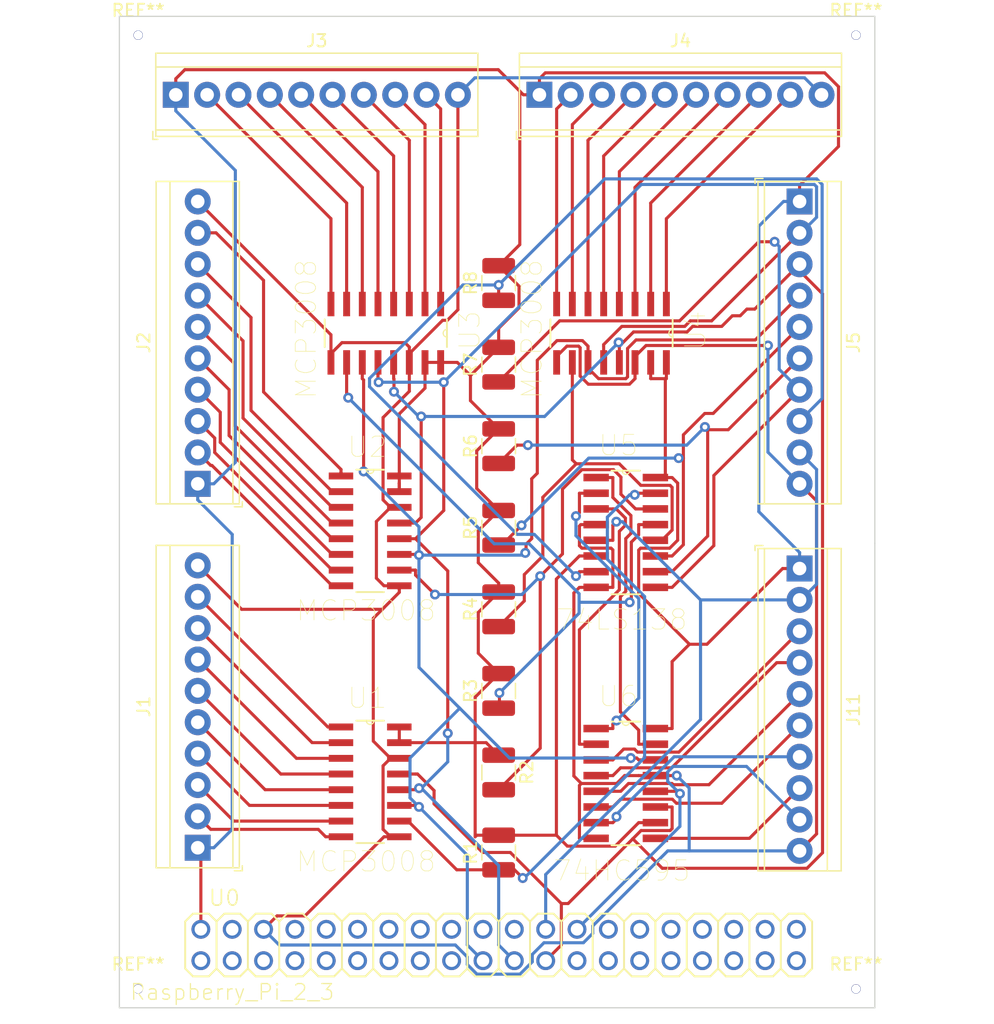
<source format=kicad_pcb>
(kicad_pcb (version 20171130) (host pcbnew "(5.1.2-1)-1")
  (layers (0 F.Cu signal) (31 B.Cu signal) (34 B.Paste user) (35 F.Paste user) (36 B.SilkS user) (37 F.SilkS user) (38 B.Mask user) (39 F.Mask user) (44 Edge.Cuts user))
  (net 0 "")
  (net 1 GND)
  (net 2 "Net-(J1-Pad9)")
  (net 3 "Net-(J1-Pad8)")
  (net 4 "Net-(J1-Pad7)")
  (net 5 "Net-(J1-Pad6)")
  (net 6 "Net-(J1-Pad5)")
  (net 7 "Net-(J1-Pad4)")
  (net 8 "Net-(J1-Pad3)")
  (net 9 "Net-(J1-Pad2)")
  (net 10 VCC)
  (net 11 "Net-(J2-Pad9)")
  (net 12 "Net-(J2-Pad8)")
  (net 13 "Net-(J2-Pad7)")
  (net 14 "Net-(J2-Pad6)")
  (net 15 "Net-(J2-Pad5)")
  (net 16 "Net-(J2-Pad4)")
  (net 17 "Net-(J2-Pad3)")
  (net 18 "Net-(J2-Pad2)")
  (net 19 "Net-(J3-Pad9)")
  (net 20 "Net-(J3-Pad8)")
  (net 21 "Net-(J3-Pad7)")
  (net 22 "Net-(J3-Pad6)")
  (net 23 "Net-(J3-Pad5)")
  (net 24 "Net-(J3-Pad4)")
  (net 25 "Net-(J3-Pad3)")
  (net 26 "Net-(J3-Pad2)")
  (net 27 "Net-(J4-Pad9)")
  (net 28 "Net-(J4-Pad8)")
  (net 29 "Net-(J4-Pad7)")
  (net 30 "Net-(J4-Pad6)")
  (net 31 "Net-(J4-Pad5)")
  (net 32 "Net-(J4-Pad4)")
  (net 33 "Net-(J4-Pad3)")
  (net 34 "Net-(J4-Pad2)")
  (net 35 "Net-(J11-Pad2)")
  (net 36 "Net-(J5-Pad8)")
  (net 37 "Net-(J5-Pad7)")
  (net 38 "Net-(J5-Pad6)")
  (net 39 "Net-(J5-Pad5)")
  (net 40 "Net-(J5-Pad4)")
  (net 41 "Net-(J5-Pad3)")
  (net 42 "Net-(J5-Pad2)")
  (net 43 "Net-(J11-Pad9)")
  (net 44 "Net-(J11-Pad8)")
  (net 45 "Net-(J11-Pad7)")
  (net 46 "Net-(J11-Pad6)")
  (net 47 "Net-(J11-Pad5)")
  (net 48 "Net-(J11-Pad4)")
  (net 49 "Net-(J11-Pad3)")
  (net 50 "Net-(R1-Pad1)")
  (net 51 "Net-(R2-Pad2)")
  (net 52 "Net-(R3-Pad1)")
  (net 53 "Net-(R4-Pad1)")
  (net 54 "Net-(U0-Pad40)")
  (net 55 "Net-(U0-Pad39)")
  (net 56 "Net-(U0-Pad38)")
  (net 57 "Net-(U0-Pad37)")
  (net 58 "Net-(U0-Pad36)")
  (net 59 "Net-(U0-Pad35)")
  (net 60 "Net-(U0-Pad34)")
  (net 61 "Net-(U0-Pad33)")
  (net 62 "Net-(U0-Pad32)")
  (net 63 "Net-(U0-Pad31)")
  (net 64 "Net-(U0-Pad30)")
  (net 65 "Net-(U0-Pad29)")
  (net 66 "Net-(U0-Pad28)")
  (net 67 "Net-(U0-Pad27)")
  (net 68 "Net-(U0-Pad25)")
  (net 69 "Net-(U0-Pad22)")
  (net 70 "Net-(U0-Pad20)")
  (net 71 "Net-(U0-Pad18)")
  (net 72 "Net-(U0-Pad17)")
  (net 73 "Net-(U0-Pad16)")
  (net 74 "Net-(U0-Pad15)")
  (net 75 "Net-(U0-Pad14)")
  (net 76 "Net-(U0-Pad13)")
  (net 77 "Net-(U0-Pad12)")
  (net 78 "Net-(U0-Pad11)")
  (net 79 "Net-(U0-Pad10)")
  (net 80 "Net-(U0-Pad9)")
  (net 81 "Net-(U0-Pad8)")
  (net 82 "Net-(U0-Pad7)")
  (net 83 "Net-(U0-Pad5)")
  (net 84 "Net-(U0-Pad4)")
  (net 85 "Net-(U0-Pad3)")
  (net 86 "Net-(U0-Pad1)")
  (net 87 "Net-(U5-Pad3)")
  (net 88 "Net-(U5-Pad2)")
  (net 89 "Net-(U5-Pad1)")
  (module Fiducial:Fiducial_0.75mm_Mask1.5mm (layer F.Cu) (at 113.03 121.666)
    (fp_text reference REF** (at 0 -2) (layer F.SilkS))
    (fp_text value Fiducial_0.75mm_Mask1.5mm)
    (pad "" thru_hole circle (at 0 0) (size 0.75 0.75) (drill 0.7) (layers *.Cu *.Mask) (clearance 0.375))
  )
  (module Fiducial:Fiducial_0.75mm_Mask1.5mm (layer F.Cu) (at 171.196 121.666)
    (fp_text reference REF** (at 0 -2) (layer F.SilkS))
    (fp_text value Fiducial_0.75mm_Mask1.5mm)
    (pad "" thru_hole circle (at 0 0) (size 0.75 0.75) (drill 0.7) (layers *.Cu *.Mask) (clearance 0.375))
  )
  (module Fiducial:Fiducial_0.75mm_Mask1.5mm (layer F.Cu) (at 171.196 44.45)
    (fp_text reference REF** (at 0 -2) (layer F.SilkS))
    (fp_text value Fiducial_0.75mm_Mask1.5mm)
    (pad "" thru_hole circle (at 0 0) (size 0.75 0.75) (drill 0.7) (layers *.Cu *.Mask) (clearance 0.375))
  )
  (module Fiducial:Fiducial_0.75mm_Mask1.5mm (layer F.Cu) (at 113.03 44.45)
    (fp_text reference REF** (at 0 -2) (layer F.SilkS))
    (fp_text value Fiducial_0.75mm_Mask1.5mm)
    (pad "" thru_hole circle (at 0 0) (size 0.75 0.75) (drill 0.7) (layers *.Cu *.Mask) (clearance 0.375))
  )
  (module TerminalBlock_TE-Connectivity:TerminalBlock_TE_1-282834-0_1x10_P2.54mm_Horizontal (layer F.Cu) (at 166.624 87.63 270)
    (fp_text reference J11 (at 11.43 -4.37 90) (layer F.SilkS))
    (fp_text value Screw_Terminal_01x10)
    (pad 10 thru_hole circle (at 22.86 0 270) (size 2.1 2.1) (drill 1.1) (layers *.Cu *.Mask) (net 1 GND))
    (pad 9 thru_hole circle (at 20.32 0 270) (size 2.1 2.1) (drill 1.1) (layers *.Cu *.Mask) (net 43 "Net-(J11-Pad9)"))
    (pad 8 thru_hole circle (at 17.78 0 270) (size 2.1 2.1) (drill 1.1) (layers *.Cu *.Mask) (net 44 "Net-(J11-Pad8)"))
    (pad 7 thru_hole circle (at 15.24 0 270) (size 2.1 2.1) (drill 1.1) (layers *.Cu *.Mask) (net 45 "Net-(J11-Pad7)"))
    (pad 6 thru_hole circle (at 12.7 0 270) (size 2.1 2.1) (drill 1.1) (layers *.Cu *.Mask) (net 46 "Net-(J11-Pad6)"))
    (pad 5 thru_hole circle (at 10.16 0 270) (size 2.1 2.1) (drill 1.1) (layers *.Cu *.Mask) (net 47 "Net-(J11-Pad5)"))
    (pad 4 thru_hole circle (at 7.62 0 270) (size 2.1 2.1) (drill 1.1) (layers *.Cu *.Mask) (net 48 "Net-(J11-Pad4)"))
    (pad 3 thru_hole circle (at 5.08 0 270) (size 2.1 2.1) (drill 1.1) (layers *.Cu *.Mask) (net 49 "Net-(J11-Pad3)"))
    (pad 2 thru_hole circle (at 2.54 0 270) (size 2.1 2.1) (drill 1.1) (layers *.Cu *.Mask) (net 35 "Net-(J11-Pad2)"))
    (pad 1 thru_hole rect (at 0 0 270) (size 2.1 2.1) (drill 1.1) (layers *.Cu *.Mask) (net 10 VCC))
  )
  (module SN74HC595DR:SOIC127P600X175-16N (layer F.Cu) (at 154.94 109.474)
    (fp_text reference U6 (at -3.00293 -11.5027) (layer F.SilkS) (effects (font (size 1.64313 1.64313) (thickness 0.05))))
    (fp_text value 74HC595 (at -2.72179 2.62004) (layer F.SilkS) (effects (font (size 1.64241 1.64241) (thickness 0.05))))
    (pad 16 smd rect (at 0 -8.89) (size 2.0574 0.6096) (layers F.Cu F.Paste F.Mask) (net 10 VCC))
    (pad 15 smd rect (at 0 -7.62) (size 2.0574 0.6096) (layers F.Cu F.Paste F.Mask) (net 89 "Net-(U5-Pad1)"))
    (pad 14 smd rect (at 0 -6.35) (size 2.0574 0.6096) (layers F.Cu F.Paste F.Mask) (net 40 "Net-(J5-Pad4)"))
    (pad 13 smd rect (at 0 -5.08) (size 2.0574 0.6096) (layers F.Cu F.Paste F.Mask) (net 1 GND))
    (pad 12 smd rect (at 0 -3.81) (size 2.0574 0.6096) (layers F.Cu F.Paste F.Mask) (net 43 "Net-(J11-Pad9)"))
    (pad 11 smd rect (at 0 -2.54) (size 2.0574 0.6096) (layers F.Cu F.Paste F.Mask) (net 41 "Net-(J5-Pad3)"))
    (pad 10 smd rect (at 0 -1.27) (size 2.0574 0.6096) (layers F.Cu F.Paste F.Mask) (net 10 VCC))
    (pad 9 smd rect (at 0 0) (size 2.0574 0.6096) (layers F.Cu F.Paste F.Mask) (net 44 "Net-(J11-Pad8)"))
    (pad 8 smd rect (at -4.8006 0) (size 2.0574 0.6096) (layers F.Cu F.Paste F.Mask) (net 1 GND))
    (pad 7 smd rect (at -4.8006 -1.27) (size 2.0574 0.6096) (layers F.Cu F.Paste F.Mask) (net 45 "Net-(J11-Pad7)"))
    (pad 6 smd rect (at -4.8006 -2.54) (size 2.0574 0.6096) (layers F.Cu F.Paste F.Mask) (net 46 "Net-(J11-Pad6)"))
    (pad 5 smd rect (at -4.8006 -3.81) (size 2.0574 0.6096) (layers F.Cu F.Paste F.Mask) (net 47 "Net-(J11-Pad5)"))
    (pad 4 smd rect (at -4.8006 -5.08) (size 2.0574 0.6096) (layers F.Cu F.Paste F.Mask) (net 48 "Net-(J11-Pad4)"))
    (pad 3 smd rect (at -4.8006 -6.35) (size 2.0574 0.6096) (layers F.Cu F.Paste F.Mask) (net 49 "Net-(J11-Pad3)"))
    (pad 2 smd rect (at -4.8006 -7.62) (size 2.0574 0.6096) (layers F.Cu F.Paste F.Mask) (net 87 "Net-(U5-Pad3)"))
    (pad 1 smd rect (at -4.8006 -8.89) (size 2.0574 0.6096) (layers F.Cu F.Paste F.Mask) (net 88 "Net-(U5-Pad2)"))
  )
  (module SN74LS138D:SOIC127P600X175-16N (layer F.Cu) (at 154.94 89.154)
    (fp_text reference U5 (at -3.00215 -11.4997) (layer F.SilkS) (effects (font (size 1.64271 1.64271) (thickness 0.05))))
    (fp_text value 74LS138 (at -2.72092 2.61921) (layer F.SilkS) (effects (font (size 1.64189 1.64189) (thickness 0.05))))
    (pad 16 smd rect (at 0 -8.89) (size 2.0574 0.6096) (layers F.Cu F.Paste F.Mask) (net 10 VCC))
    (pad 15 smd rect (at 0 -7.62) (size 2.0574 0.6096) (layers F.Cu F.Paste F.Mask) (net 50 "Net-(R1-Pad1)"))
    (pad 14 smd rect (at 0 -6.35) (size 2.0574 0.6096) (layers F.Cu F.Paste F.Mask) (net 51 "Net-(R2-Pad2)"))
    (pad 13 smd rect (at 0 -5.08) (size 2.0574 0.6096) (layers F.Cu F.Paste F.Mask) (net 52 "Net-(R3-Pad1)"))
    (pad 12 smd rect (at 0 -3.81) (size 2.0574 0.6096) (layers F.Cu F.Paste F.Mask) (net 53 "Net-(R4-Pad1)"))
    (pad 11 smd rect (at 0 -2.54) (size 2.0574 0.6096) (layers F.Cu F.Paste F.Mask) (net 39 "Net-(J5-Pad5)"))
    (pad 10 smd rect (at 0 -1.27) (size 2.0574 0.6096) (layers F.Cu F.Paste F.Mask) (net 38 "Net-(J5-Pad6)"))
    (pad 9 smd rect (at 0 0) (size 2.0574 0.6096) (layers F.Cu F.Paste F.Mask) (net 37 "Net-(J5-Pad7)"))
    (pad 8 smd rect (at -4.8006 0) (size 2.0574 0.6096) (layers F.Cu F.Paste F.Mask) (net 1 GND))
    (pad 7 smd rect (at -4.8006 -1.27) (size 2.0574 0.6096) (layers F.Cu F.Paste F.Mask) (net 36 "Net-(J5-Pad8)"))
    (pad 6 smd rect (at -4.8006 -2.54) (size 2.0574 0.6096) (layers F.Cu F.Paste F.Mask) (net 10 VCC))
    (pad 5 smd rect (at -4.8006 -3.81) (size 2.0574 0.6096) (layers F.Cu F.Paste F.Mask) (net 35 "Net-(J11-Pad2)"))
    (pad 4 smd rect (at -4.8006 -5.08) (size 2.0574 0.6096) (layers F.Cu F.Paste F.Mask) (net 1 GND))
    (pad 3 smd rect (at -4.8006 -6.35) (size 2.0574 0.6096) (layers F.Cu F.Paste F.Mask) (net 87 "Net-(U5-Pad3)"))
    (pad 2 smd rect (at -4.8006 -7.62) (size 2.0574 0.6096) (layers F.Cu F.Paste F.Mask) (net 88 "Net-(U5-Pad2)"))
    (pad 1 smd rect (at -4.8006 -8.89) (size 2.0574 0.6096) (layers F.Cu F.Paste F.Mask) (net 89 "Net-(U5-Pad1)"))
  )
  (module MCP3008-I_SL:SOIC127P600X175-16N (layer F.Cu) (at 151.384 68.58 270)
    (fp_text reference U4 (at -0.22888 -6.78986 90) (layer F.SilkS) (effects (font (size 1.64194 1.64194) (thickness 0.05))))
    (fp_text value MCP3008 (at -0.33025 6.45248 90) (layer F.SilkS) (effects (font (size 1.64022 1.64022) (thickness 0.05))))
    (pad 16 smd rect (at 2.3622 -4.445 270) (size 1.9812 0.5588) (layers F.Cu F.Paste F.Mask) (net 10 VCC))
    (pad 15 smd rect (at 2.3622 -3.175 270) (size 1.9812 0.5588) (layers F.Cu F.Paste F.Mask) (net 10 VCC))
    (pad 14 smd rect (at 2.3622 -1.905 270) (size 1.9812 0.5588) (layers F.Cu F.Paste F.Mask) (net 1 GND))
    (pad 13 smd rect (at 2.3622 -0.635 270) (size 1.9812 0.5588) (layers F.Cu F.Paste F.Mask) (net 41 "Net-(J5-Pad3)"))
    (pad 12 smd rect (at 2.3622 0.635 270) (size 1.9812 0.5588) (layers F.Cu F.Paste F.Mask) (net 42 "Net-(J5-Pad2)"))
    (pad 11 smd rect (at 2.3622 1.905 270) (size 1.9812 0.5588) (layers F.Cu F.Paste F.Mask) (net 40 "Net-(J5-Pad4)"))
    (pad 10 smd rect (at 2.3622 3.175 270) (size 1.9812 0.5588) (layers F.Cu F.Paste F.Mask) (net 53 "Net-(R4-Pad1)"))
    (pad 9 smd rect (at 2.3622 4.445 270) (size 1.9812 0.5588) (layers F.Cu F.Paste F.Mask) (net 1 GND))
    (pad 8 smd rect (at -2.3622 4.445 270) (size 1.9812 0.5588) (layers F.Cu F.Paste F.Mask) (net 34 "Net-(J4-Pad2)"))
    (pad 7 smd rect (at -2.3622 3.175 270) (size 1.9812 0.5588) (layers F.Cu F.Paste F.Mask) (net 33 "Net-(J4-Pad3)"))
    (pad 6 smd rect (at -2.3622 1.905 270) (size 1.9812 0.5588) (layers F.Cu F.Paste F.Mask) (net 32 "Net-(J4-Pad4)"))
    (pad 5 smd rect (at -2.3622 0.635 270) (size 1.9812 0.5588) (layers F.Cu F.Paste F.Mask) (net 31 "Net-(J4-Pad5)"))
    (pad 4 smd rect (at -2.3622 -0.635 270) (size 1.9812 0.5588) (layers F.Cu F.Paste F.Mask) (net 30 "Net-(J4-Pad6)"))
    (pad 3 smd rect (at -2.3622 -1.905 270) (size 1.9812 0.5588) (layers F.Cu F.Paste F.Mask) (net 29 "Net-(J4-Pad7)"))
    (pad 2 smd rect (at -2.3622 -3.175 270) (size 1.9812 0.5588) (layers F.Cu F.Paste F.Mask) (net 28 "Net-(J4-Pad8)"))
    (pad 1 smd rect (at -2.3622 -4.445 270) (size 1.9812 0.5588) (layers F.Cu F.Paste F.Mask) (net 27 "Net-(J4-Pad9)"))
  )
  (module MCP3008-I_SL:SOIC127P600X175-16N (layer F.Cu) (at 133.096 68.58 270)
    (fp_text reference U3 (at -0.22888 -6.78986 90) (layer F.SilkS) (effects (font (size 1.64194 1.64194) (thickness 0.05))))
    (fp_text value MCP3008 (at -0.33025 6.45248 90) (layer F.SilkS) (effects (font (size 1.64022 1.64022) (thickness 0.05))))
    (pad 16 smd rect (at 2.3622 -4.445 270) (size 1.9812 0.5588) (layers F.Cu F.Paste F.Mask) (net 10 VCC))
    (pad 15 smd rect (at 2.3622 -3.175 270) (size 1.9812 0.5588) (layers F.Cu F.Paste F.Mask) (net 10 VCC))
    (pad 14 smd rect (at 2.3622 -1.905 270) (size 1.9812 0.5588) (layers F.Cu F.Paste F.Mask) (net 1 GND))
    (pad 13 smd rect (at 2.3622 -0.635 270) (size 1.9812 0.5588) (layers F.Cu F.Paste F.Mask) (net 41 "Net-(J5-Pad3)"))
    (pad 12 smd rect (at 2.3622 0.635 270) (size 1.9812 0.5588) (layers F.Cu F.Paste F.Mask) (net 42 "Net-(J5-Pad2)"))
    (pad 11 smd rect (at 2.3622 1.905 270) (size 1.9812 0.5588) (layers F.Cu F.Paste F.Mask) (net 40 "Net-(J5-Pad4)"))
    (pad 10 smd rect (at 2.3622 3.175 270) (size 1.9812 0.5588) (layers F.Cu F.Paste F.Mask) (net 52 "Net-(R3-Pad1)"))
    (pad 9 smd rect (at 2.3622 4.445 270) (size 1.9812 0.5588) (layers F.Cu F.Paste F.Mask) (net 1 GND))
    (pad 8 smd rect (at -2.3622 4.445 270) (size 1.9812 0.5588) (layers F.Cu F.Paste F.Mask) (net 26 "Net-(J3-Pad2)"))
    (pad 7 smd rect (at -2.3622 3.175 270) (size 1.9812 0.5588) (layers F.Cu F.Paste F.Mask) (net 25 "Net-(J3-Pad3)"))
    (pad 6 smd rect (at -2.3622 1.905 270) (size 1.9812 0.5588) (layers F.Cu F.Paste F.Mask) (net 24 "Net-(J3-Pad4)"))
    (pad 5 smd rect (at -2.3622 0.635 270) (size 1.9812 0.5588) (layers F.Cu F.Paste F.Mask) (net 23 "Net-(J3-Pad5)"))
    (pad 4 smd rect (at -2.3622 -0.635 270) (size 1.9812 0.5588) (layers F.Cu F.Paste F.Mask) (net 22 "Net-(J3-Pad6)"))
    (pad 3 smd rect (at -2.3622 -1.905 270) (size 1.9812 0.5588) (layers F.Cu F.Paste F.Mask) (net 21 "Net-(J3-Pad7)"))
    (pad 2 smd rect (at -2.3622 -3.175 270) (size 1.9812 0.5588) (layers F.Cu F.Paste F.Mask) (net 20 "Net-(J3-Pad8)"))
    (pad 1 smd rect (at -2.3622 -4.445 270) (size 1.9812 0.5588) (layers F.Cu F.Paste F.Mask) (net 19 "Net-(J3-Pad9)"))
  )
  (module MCP3008-I_SL:SOIC127P600X175-16N (layer F.Cu) (at 131.826 84.582)
    (fp_text reference U2 (at -0.22888 -6.78986) (layer F.SilkS) (effects (font (size 1.64194 1.64194) (thickness 0.05))))
    (fp_text value MCP3008 (at -0.33025 6.45248) (layer F.SilkS) (effects (font (size 1.64022 1.64022) (thickness 0.05))))
    (pad 16 smd rect (at 2.3622 -4.445) (size 1.9812 0.5588) (layers F.Cu F.Paste F.Mask) (net 10 VCC))
    (pad 15 smd rect (at 2.3622 -3.175) (size 1.9812 0.5588) (layers F.Cu F.Paste F.Mask) (net 10 VCC))
    (pad 14 smd rect (at 2.3622 -1.905) (size 1.9812 0.5588) (layers F.Cu F.Paste F.Mask) (net 1 GND))
    (pad 13 smd rect (at 2.3622 -0.635) (size 1.9812 0.5588) (layers F.Cu F.Paste F.Mask) (net 41 "Net-(J5-Pad3)"))
    (pad 12 smd rect (at 2.3622 0.635) (size 1.9812 0.5588) (layers F.Cu F.Paste F.Mask) (net 42 "Net-(J5-Pad2)"))
    (pad 11 smd rect (at 2.3622 1.905) (size 1.9812 0.5588) (layers F.Cu F.Paste F.Mask) (net 40 "Net-(J5-Pad4)"))
    (pad 10 smd rect (at 2.3622 3.175) (size 1.9812 0.5588) (layers F.Cu F.Paste F.Mask) (net 51 "Net-(R2-Pad2)"))
    (pad 9 smd rect (at 2.3622 4.445) (size 1.9812 0.5588) (layers F.Cu F.Paste F.Mask) (net 1 GND))
    (pad 8 smd rect (at -2.3622 4.445) (size 1.9812 0.5588) (layers F.Cu F.Paste F.Mask) (net 18 "Net-(J2-Pad2)"))
    (pad 7 smd rect (at -2.3622 3.175) (size 1.9812 0.5588) (layers F.Cu F.Paste F.Mask) (net 17 "Net-(J2-Pad3)"))
    (pad 6 smd rect (at -2.3622 1.905) (size 1.9812 0.5588) (layers F.Cu F.Paste F.Mask) (net 16 "Net-(J2-Pad4)"))
    (pad 5 smd rect (at -2.3622 0.635) (size 1.9812 0.5588) (layers F.Cu F.Paste F.Mask) (net 15 "Net-(J2-Pad5)"))
    (pad 4 smd rect (at -2.3622 -0.635) (size 1.9812 0.5588) (layers F.Cu F.Paste F.Mask) (net 14 "Net-(J2-Pad6)"))
    (pad 3 smd rect (at -2.3622 -1.905) (size 1.9812 0.5588) (layers F.Cu F.Paste F.Mask) (net 13 "Net-(J2-Pad7)"))
    (pad 2 smd rect (at -2.3622 -3.175) (size 1.9812 0.5588) (layers F.Cu F.Paste F.Mask) (net 12 "Net-(J2-Pad8)"))
    (pad 1 smd rect (at -2.3622 -4.445) (size 1.9812 0.5588) (layers F.Cu F.Paste F.Mask) (net 11 "Net-(J2-Pad9)"))
  )
  (module MCP3008-I_SL:SOIC127P600X175-16N (layer F.Cu) (at 131.826 104.902)
    (fp_text reference U1 (at -0.22888 -6.78986) (layer F.SilkS) (effects (font (size 1.64194 1.64194) (thickness 0.05))))
    (fp_text value MCP3008 (at -0.33025 6.45248) (layer F.SilkS) (effects (font (size 1.64022 1.64022) (thickness 0.05))))
    (pad 16 smd rect (at 2.3622 -4.445) (size 1.9812 0.5588) (layers F.Cu F.Paste F.Mask) (net 10 VCC))
    (pad 15 smd rect (at 2.3622 -3.175) (size 1.9812 0.5588) (layers F.Cu F.Paste F.Mask) (net 10 VCC))
    (pad 14 smd rect (at 2.3622 -1.905) (size 1.9812 0.5588) (layers F.Cu F.Paste F.Mask) (net 1 GND))
    (pad 13 smd rect (at 2.3622 -0.635) (size 1.9812 0.5588) (layers F.Cu F.Paste F.Mask) (net 41 "Net-(J5-Pad3)"))
    (pad 12 smd rect (at 2.3622 0.635) (size 1.9812 0.5588) (layers F.Cu F.Paste F.Mask) (net 42 "Net-(J5-Pad2)"))
    (pad 11 smd rect (at 2.3622 1.905) (size 1.9812 0.5588) (layers F.Cu F.Paste F.Mask) (net 40 "Net-(J5-Pad4)"))
    (pad 10 smd rect (at 2.3622 3.175) (size 1.9812 0.5588) (layers F.Cu F.Paste F.Mask) (net 50 "Net-(R1-Pad1)"))
    (pad 9 smd rect (at 2.3622 4.445) (size 1.9812 0.5588) (layers F.Cu F.Paste F.Mask) (net 1 GND))
    (pad 8 smd rect (at -2.3622 4.445) (size 1.9812 0.5588) (layers F.Cu F.Paste F.Mask) (net 9 "Net-(J1-Pad2)"))
    (pad 7 smd rect (at -2.3622 3.175) (size 1.9812 0.5588) (layers F.Cu F.Paste F.Mask) (net 8 "Net-(J1-Pad3)"))
    (pad 6 smd rect (at -2.3622 1.905) (size 1.9812 0.5588) (layers F.Cu F.Paste F.Mask) (net 7 "Net-(J1-Pad4)"))
    (pad 5 smd rect (at -2.3622 0.635) (size 1.9812 0.5588) (layers F.Cu F.Paste F.Mask) (net 6 "Net-(J1-Pad5)"))
    (pad 4 smd rect (at -2.3622 -0.635) (size 1.9812 0.5588) (layers F.Cu F.Paste F.Mask) (net 5 "Net-(J1-Pad6)"))
    (pad 3 smd rect (at -2.3622 -1.905) (size 1.9812 0.5588) (layers F.Cu F.Paste F.Mask) (net 4 "Net-(J1-Pad7)"))
    (pad 2 smd rect (at -2.3622 -3.175) (size 1.9812 0.5588) (layers F.Cu F.Paste F.Mask) (net 3 "Net-(J1-Pad8)"))
    (pad 1 smd rect (at -2.3622 -4.445) (size 1.9812 0.5588) (layers F.Cu F.Paste F.Mask) (net 2 "Net-(J1-Pad9)"))
  )
  (module adafruit:2X20 (layer F.Cu) (at 142.24 118.11)
    (fp_text reference U0 (at -22.225 -3.81) (layer F.SilkS) (effects (font (size 1.27 1.27) (thickness 0.127))))
    (fp_text value Raspberry_Pi_2_3 (at -21.59 3.81) (layer F.SilkS) (effects (font (size 1.27 1.27) (thickness 0.1016))))
    (pad 40 thru_hole circle (at 24.13 -1.27) (size 1.524 3.048) (drill 1.016) (layers *.Cu *.Paste *.Mask) (net 54 "Net-(U0-Pad40)"))
    (pad 39 thru_hole circle (at 24.13 1.27) (size 1.524 3.048) (drill 1.016) (layers *.Cu *.Paste *.Mask) (net 55 "Net-(U0-Pad39)"))
    (pad 38 thru_hole circle (at 21.59 -1.27) (size 1.524 3.048) (drill 1.016) (layers *.Cu *.Paste *.Mask) (net 56 "Net-(U0-Pad38)"))
    (pad 37 thru_hole circle (at 21.59 1.27) (size 1.524 3.048) (drill 1.016) (layers *.Cu *.Paste *.Mask) (net 57 "Net-(U0-Pad37)"))
    (pad 36 thru_hole circle (at 19.05 -1.27) (size 1.524 3.048) (drill 1.016) (layers *.Cu *.Paste *.Mask) (net 58 "Net-(U0-Pad36)"))
    (pad 35 thru_hole circle (at 19.05 1.27) (size 1.524 3.048) (drill 1.016) (layers *.Cu *.Paste *.Mask) (net 59 "Net-(U0-Pad35)"))
    (pad 34 thru_hole circle (at 16.51 -1.27) (size 1.524 3.048) (drill 1.016) (layers *.Cu *.Paste *.Mask) (net 60 "Net-(U0-Pad34)"))
    (pad 33 thru_hole circle (at 16.51 1.27) (size 1.524 3.048) (drill 1.016) (layers *.Cu *.Paste *.Mask) (net 61 "Net-(U0-Pad33)"))
    (pad 32 thru_hole circle (at 13.97 -1.27) (size 1.524 3.048) (drill 1.016) (layers *.Cu *.Paste *.Mask) (net 62 "Net-(U0-Pad32)"))
    (pad 31 thru_hole circle (at 13.97 1.27) (size 1.524 3.048) (drill 1.016) (layers *.Cu *.Paste *.Mask) (net 63 "Net-(U0-Pad31)"))
    (pad 30 thru_hole circle (at 11.43 -1.27) (size 1.524 3.048) (drill 1.016) (layers *.Cu *.Paste *.Mask) (net 64 "Net-(U0-Pad30)"))
    (pad 29 thru_hole circle (at 11.43 1.27) (size 1.524 3.048) (drill 1.016) (layers *.Cu *.Paste *.Mask) (net 65 "Net-(U0-Pad29)"))
    (pad 28 thru_hole circle (at 8.89 -1.27) (size 1.524 3.048) (drill 1.016) (layers *.Cu *.Paste *.Mask) (net 66 "Net-(U0-Pad28)"))
    (pad 27 thru_hole circle (at 8.89 1.27) (size 1.524 3.048) (drill 1.016) (layers *.Cu *.Paste *.Mask) (net 67 "Net-(U0-Pad27)"))
    (pad 26 thru_hole circle (at 6.35 -1.27) (size 1.524 3.048) (drill 1.016) (layers *.Cu *.Paste *.Mask) (net 43 "Net-(J11-Pad9)"))
    (pad 25 thru_hole circle (at 6.35 1.27) (size 1.524 3.048) (drill 1.016) (layers *.Cu *.Paste *.Mask) (net 68 "Net-(U0-Pad25)"))
    (pad 24 thru_hole circle (at 3.81 -1.27) (size 1.524 3.048) (drill 1.016) (layers *.Cu *.Paste *.Mask) (net 35 "Net-(J11-Pad2)"))
    (pad 23 thru_hole circle (at 3.81 1.27) (size 1.524 3.048) (drill 1.016) (layers *.Cu *.Paste *.Mask) (net 41 "Net-(J5-Pad3)"))
    (pad 22 thru_hole circle (at 1.27 -1.27) (size 1.524 3.048) (drill 1.016) (layers *.Cu *.Paste *.Mask) (net 69 "Net-(U0-Pad22)"))
    (pad 21 thru_hole circle (at 1.27 1.27) (size 1.524 3.048) (drill 1.016) (layers *.Cu *.Paste *.Mask) (net 42 "Net-(J5-Pad2)"))
    (pad 20 thru_hole circle (at -1.27 -1.27) (size 1.524 3.048) (drill 1.016) (layers *.Cu *.Paste *.Mask) (net 70 "Net-(U0-Pad20)"))
    (pad 19 thru_hole circle (at -1.27 1.27) (size 1.524 3.048) (drill 1.016) (layers *.Cu *.Paste *.Mask) (net 40 "Net-(J5-Pad4)"))
    (pad 18 thru_hole circle (at -3.81 -1.27) (size 1.524 3.048) (drill 1.016) (layers *.Cu *.Paste *.Mask) (net 71 "Net-(U0-Pad18)"))
    (pad 17 thru_hole circle (at -3.81 1.27) (size 1.524 3.048) (drill 1.016) (layers *.Cu *.Paste *.Mask) (net 72 "Net-(U0-Pad17)"))
    (pad 16 thru_hole circle (at -6.35 -1.27) (size 1.524 3.048) (drill 1.016) (layers *.Cu *.Paste *.Mask) (net 73 "Net-(U0-Pad16)"))
    (pad 15 thru_hole circle (at -6.35 1.27) (size 1.524 3.048) (drill 1.016) (layers *.Cu *.Paste *.Mask) (net 74 "Net-(U0-Pad15)"))
    (pad 14 thru_hole circle (at -8.89 -1.27) (size 1.524 3.048) (drill 1.016) (layers *.Cu *.Paste *.Mask) (net 75 "Net-(U0-Pad14)"))
    (pad 13 thru_hole circle (at -8.89 1.27) (size 1.524 3.048) (drill 1.016) (layers *.Cu *.Paste *.Mask) (net 76 "Net-(U0-Pad13)"))
    (pad 12 thru_hole circle (at -11.43 -1.27) (size 1.524 3.048) (drill 1.016) (layers *.Cu *.Paste *.Mask) (net 77 "Net-(U0-Pad12)"))
    (pad 11 thru_hole circle (at -11.43 1.27) (size 1.524 3.048) (drill 1.016) (layers *.Cu *.Paste *.Mask) (net 78 "Net-(U0-Pad11)"))
    (pad 10 thru_hole circle (at -13.97 -1.27) (size 1.524 3.048) (drill 1.016) (layers *.Cu *.Paste *.Mask) (net 79 "Net-(U0-Pad10)"))
    (pad 9 thru_hole circle (at -13.97 1.27) (size 1.524 3.048) (drill 1.016) (layers *.Cu *.Paste *.Mask) (net 80 "Net-(U0-Pad9)"))
    (pad 8 thru_hole circle (at -16.51 -1.27) (size 1.524 3.048) (drill 1.016) (layers *.Cu *.Paste *.Mask) (net 81 "Net-(U0-Pad8)"))
    (pad 7 thru_hole circle (at -16.51 1.27) (size 1.524 3.048) (drill 1.016) (layers *.Cu *.Paste *.Mask) (net 82 "Net-(U0-Pad7)"))
    (pad 6 thru_hole circle (at -19.05 -1.27) (size 1.524 3.048) (drill 1.016) (layers *.Cu *.Paste *.Mask) (net 1 GND))
    (pad 5 thru_hole circle (at -19.05 1.27) (size 1.524 3.048) (drill 1.016) (layers *.Cu *.Paste *.Mask) (net 83 "Net-(U0-Pad5)"))
    (pad 4 thru_hole circle (at -21.59 -1.27) (size 1.524 3.048) (drill 1.016) (layers *.Cu *.Paste *.Mask) (net 84 "Net-(U0-Pad4)"))
    (pad 3 thru_hole circle (at -21.59 1.27) (size 1.524 3.048) (drill 1.016) (layers *.Cu *.Paste *.Mask) (net 85 "Net-(U0-Pad3)"))
    (pad 2 thru_hole circle (at -24.13 -1.27) (size 1.524 3.048) (drill 1.016) (layers *.Cu *.Paste *.Mask) (net 10 VCC))
    (pad 1 thru_hole circle (at -24.13 1.27) (size 1.524 3.048) (drill 1.016) (layers *.Cu *.Paste *.Mask) (net 86 "Net-(U0-Pad1)"))
  )
  (module Resistor_SMD:R_1210_3225Metric (layer F.Cu) (at 142.24 64.516 90)
    (fp_text reference R8 (at 0 -2.28 90) (layer F.SilkS))
    (fp_text value 100k)
    (pad 2 smd roundrect (at 1.4 0 90) (size 1.25 2.65) (layers F.Cu F.Paste F.Mask) (roundrect_rratio 0.2) (net 10 VCC))
    (pad 1 smd roundrect (at -1.4 0 90) (size 1.25 2.65) (layers F.Cu F.Paste F.Mask) (roundrect_rratio 0.2) (net 36 "Net-(J5-Pad8)"))
  )
  (module Resistor_SMD:R_1210_3225Metric (layer F.Cu) (at 142.24 71.12 90)
    (fp_text reference R7 (at 0 -2.28 90) (layer F.SilkS))
    (fp_text value 100k)
    (pad 2 smd roundrect (at 1.4 0 90) (size 1.25 2.65) (layers F.Cu F.Paste F.Mask) (roundrect_rratio 0.2) (net 10 VCC))
    (pad 1 smd roundrect (at -1.4 0 90) (size 1.25 2.65) (layers F.Cu F.Paste F.Mask) (roundrect_rratio 0.2) (net 37 "Net-(J5-Pad7)"))
  )
  (module Resistor_SMD:R_1210_3225Metric (layer F.Cu) (at 142.24 77.724 90)
    (fp_text reference R6 (at 0 -2.28 90) (layer F.SilkS))
    (fp_text value 100k)
    (pad 2 smd roundrect (at 1.4 0 90) (size 1.25 2.65) (layers F.Cu F.Paste F.Mask) (roundrect_rratio 0.2) (net 10 VCC))
    (pad 1 smd roundrect (at -1.4 0 90) (size 1.25 2.65) (layers F.Cu F.Paste F.Mask) (roundrect_rratio 0.2) (net 38 "Net-(J5-Pad6)"))
  )
  (module Resistor_SMD:R_1210_3225Metric (layer F.Cu) (at 142.24 84.328 90)
    (fp_text reference R5 (at 0 -2.28 90) (layer F.SilkS))
    (fp_text value 100k)
    (pad 2 smd roundrect (at 1.4 0 90) (size 1.25 2.65) (layers F.Cu F.Paste F.Mask) (roundrect_rratio 0.2) (net 10 VCC))
    (pad 1 smd roundrect (at -1.4 0 90) (size 1.25 2.65) (layers F.Cu F.Paste F.Mask) (roundrect_rratio 0.2) (net 39 "Net-(J5-Pad5)"))
  )
  (module Resistor_SMD:R_1210_3225Metric (layer F.Cu) (at 142.24 90.932 90)
    (fp_text reference R4 (at 0 -2.28 90) (layer F.SilkS))
    (fp_text value 100k)
    (pad 2 smd roundrect (at 1.4 0 90) (size 1.25 2.65) (layers F.Cu F.Paste F.Mask) (roundrect_rratio 0.2) (net 10 VCC))
    (pad 1 smd roundrect (at -1.4 0 90) (size 1.25 2.65) (layers F.Cu F.Paste F.Mask) (roundrect_rratio 0.2) (net 53 "Net-(R4-Pad1)"))
  )
  (module Resistor_SMD:R_1210_3225Metric (layer F.Cu) (at 142.24 97.536 90)
    (fp_text reference R3 (at 0 -2.28 90) (layer F.SilkS))
    (fp_text value 100k)
    (pad 2 smd roundrect (at 1.4 0 90) (size 1.25 2.65) (layers F.Cu F.Paste F.Mask) (roundrect_rratio 0.2) (net 10 VCC))
    (pad 1 smd roundrect (at -1.4 0 90) (size 1.25 2.65) (layers F.Cu F.Paste F.Mask) (roundrect_rratio 0.2) (net 52 "Net-(R3-Pad1)"))
  )
  (module Resistor_SMD:R_1210_3225Metric (layer F.Cu) (at 142.24 104.14 270)
    (fp_text reference R2 (at 0 -2.28 90) (layer F.SilkS))
    (fp_text value 100k)
    (pad 2 smd roundrect (at 1.4 0 270) (size 1.25 2.65) (layers F.Cu F.Paste F.Mask) (roundrect_rratio 0.2) (net 51 "Net-(R2-Pad2)"))
    (pad 1 smd roundrect (at -1.4 0 270) (size 1.25 2.65) (layers F.Cu F.Paste F.Mask) (roundrect_rratio 0.2) (net 10 VCC))
  )
  (module Resistor_SMD:R_1210_3225Metric (layer F.Cu) (at 142.24 110.62 90)
    (fp_text reference R1 (at 0 -2.28 90) (layer F.SilkS))
    (fp_text value 100k)
    (pad 2 smd roundrect (at 1.4 0 90) (size 1.25 2.65) (layers F.Cu F.Paste F.Mask) (roundrect_rratio 0.2) (net 10 VCC))
    (pad 1 smd roundrect (at -1.4 0 90) (size 1.25 2.65) (layers F.Cu F.Paste F.Mask) (roundrect_rratio 0.2) (net 50 "Net-(R1-Pad1)"))
  )
  (module TerminalBlock_TE-Connectivity:TerminalBlock_TE_1-282834-0_1x10_P2.54mm_Horizontal (layer F.Cu) (at 166.624 57.912 270)
    (fp_text reference J5 (at 11.43 -4.37 90) (layer F.SilkS))
    (fp_text value Screw_Terminal_01x10)
    (pad 10 thru_hole circle (at 22.86 0 270) (size 2.1 2.1) (drill 1.1) (layers *.Cu *.Mask) (net 1 GND))
    (pad 9 thru_hole circle (at 20.32 0 270) (size 2.1 2.1) (drill 1.1) (layers *.Cu *.Mask) (net 35 "Net-(J11-Pad2)"))
    (pad 8 thru_hole circle (at 17.78 0 270) (size 2.1 2.1) (drill 1.1) (layers *.Cu *.Mask) (net 36 "Net-(J5-Pad8)"))
    (pad 7 thru_hole circle (at 15.24 0 270) (size 2.1 2.1) (drill 1.1) (layers *.Cu *.Mask) (net 37 "Net-(J5-Pad7)"))
    (pad 6 thru_hole circle (at 12.7 0 270) (size 2.1 2.1) (drill 1.1) (layers *.Cu *.Mask) (net 38 "Net-(J5-Pad6)"))
    (pad 5 thru_hole circle (at 10.16 0 270) (size 2.1 2.1) (drill 1.1) (layers *.Cu *.Mask) (net 39 "Net-(J5-Pad5)"))
    (pad 4 thru_hole circle (at 7.62 0 270) (size 2.1 2.1) (drill 1.1) (layers *.Cu *.Mask) (net 40 "Net-(J5-Pad4)"))
    (pad 3 thru_hole circle (at 5.08 0 270) (size 2.1 2.1) (drill 1.1) (layers *.Cu *.Mask) (net 41 "Net-(J5-Pad3)"))
    (pad 2 thru_hole circle (at 2.54 0 270) (size 2.1 2.1) (drill 1.1) (layers *.Cu *.Mask) (net 42 "Net-(J5-Pad2)"))
    (pad 1 thru_hole rect (at 0 0 270) (size 2.1 2.1) (drill 1.1) (layers *.Cu *.Mask) (net 10 VCC))
  )
  (module TerminalBlock_TE-Connectivity:TerminalBlock_TE_1-282834-0_1x10_P2.54mm_Horizontal (layer F.Cu) (at 145.542 49.276)
    (fp_text reference J4 (at 11.43 -4.37) (layer F.SilkS))
    (fp_text value Screw_Terminal_01x10)
    (pad 10 thru_hole circle (at 22.86 0) (size 2.1 2.1) (drill 1.1) (layers *.Cu *.Mask) (net 1 GND))
    (pad 9 thru_hole circle (at 20.32 0) (size 2.1 2.1) (drill 1.1) (layers *.Cu *.Mask) (net 27 "Net-(J4-Pad9)"))
    (pad 8 thru_hole circle (at 17.78 0) (size 2.1 2.1) (drill 1.1) (layers *.Cu *.Mask) (net 28 "Net-(J4-Pad8)"))
    (pad 7 thru_hole circle (at 15.24 0) (size 2.1 2.1) (drill 1.1) (layers *.Cu *.Mask) (net 29 "Net-(J4-Pad7)"))
    (pad 6 thru_hole circle (at 12.7 0) (size 2.1 2.1) (drill 1.1) (layers *.Cu *.Mask) (net 30 "Net-(J4-Pad6)"))
    (pad 5 thru_hole circle (at 10.16 0) (size 2.1 2.1) (drill 1.1) (layers *.Cu *.Mask) (net 31 "Net-(J4-Pad5)"))
    (pad 4 thru_hole circle (at 7.62 0) (size 2.1 2.1) (drill 1.1) (layers *.Cu *.Mask) (net 32 "Net-(J4-Pad4)"))
    (pad 3 thru_hole circle (at 5.08 0) (size 2.1 2.1) (drill 1.1) (layers *.Cu *.Mask) (net 33 "Net-(J4-Pad3)"))
    (pad 2 thru_hole circle (at 2.54 0) (size 2.1 2.1) (drill 1.1) (layers *.Cu *.Mask) (net 34 "Net-(J4-Pad2)"))
    (pad 1 thru_hole rect (at 0 0) (size 2.1 2.1) (drill 1.1) (layers *.Cu *.Mask) (net 10 VCC))
  )
  (module TerminalBlock_TE-Connectivity:TerminalBlock_TE_1-282834-0_1x10_P2.54mm_Horizontal (layer F.Cu) (at 116.078 49.276)
    (fp_text reference J3 (at 11.43 -4.37) (layer F.SilkS))
    (fp_text value Screw_Terminal_01x10)
    (pad 10 thru_hole circle (at 22.86 0) (size 2.1 2.1) (drill 1.1) (layers *.Cu *.Mask) (net 1 GND))
    (pad 9 thru_hole circle (at 20.32 0) (size 2.1 2.1) (drill 1.1) (layers *.Cu *.Mask) (net 19 "Net-(J3-Pad9)"))
    (pad 8 thru_hole circle (at 17.78 0) (size 2.1 2.1) (drill 1.1) (layers *.Cu *.Mask) (net 20 "Net-(J3-Pad8)"))
    (pad 7 thru_hole circle (at 15.24 0) (size 2.1 2.1) (drill 1.1) (layers *.Cu *.Mask) (net 21 "Net-(J3-Pad7)"))
    (pad 6 thru_hole circle (at 12.7 0) (size 2.1 2.1) (drill 1.1) (layers *.Cu *.Mask) (net 22 "Net-(J3-Pad6)"))
    (pad 5 thru_hole circle (at 10.16 0) (size 2.1 2.1) (drill 1.1) (layers *.Cu *.Mask) (net 23 "Net-(J3-Pad5)"))
    (pad 4 thru_hole circle (at 7.62 0) (size 2.1 2.1) (drill 1.1) (layers *.Cu *.Mask) (net 24 "Net-(J3-Pad4)"))
    (pad 3 thru_hole circle (at 5.08 0) (size 2.1 2.1) (drill 1.1) (layers *.Cu *.Mask) (net 25 "Net-(J3-Pad3)"))
    (pad 2 thru_hole circle (at 2.54 0) (size 2.1 2.1) (drill 1.1) (layers *.Cu *.Mask) (net 26 "Net-(J3-Pad2)"))
    (pad 1 thru_hole rect (at 0 0) (size 2.1 2.1) (drill 1.1) (layers *.Cu *.Mask) (net 10 VCC))
  )
  (module TerminalBlock_TE-Connectivity:TerminalBlock_TE_1-282834-0_1x10_P2.54mm_Horizontal (layer F.Cu) (at 117.856 80.772 90)
    (fp_text reference J2 (at 11.43 -4.37 90) (layer F.SilkS))
    (fp_text value Screw_Terminal_01x10)
    (pad 10 thru_hole circle (at 22.86 0 90) (size 2.1 2.1) (drill 1.1) (layers *.Cu *.Mask) (net 1 GND))
    (pad 9 thru_hole circle (at 20.32 0 90) (size 2.1 2.1) (drill 1.1) (layers *.Cu *.Mask) (net 11 "Net-(J2-Pad9)"))
    (pad 8 thru_hole circle (at 17.78 0 90) (size 2.1 2.1) (drill 1.1) (layers *.Cu *.Mask) (net 12 "Net-(J2-Pad8)"))
    (pad 7 thru_hole circle (at 15.24 0 90) (size 2.1 2.1) (drill 1.1) (layers *.Cu *.Mask) (net 13 "Net-(J2-Pad7)"))
    (pad 6 thru_hole circle (at 12.7 0 90) (size 2.1 2.1) (drill 1.1) (layers *.Cu *.Mask) (net 14 "Net-(J2-Pad6)"))
    (pad 5 thru_hole circle (at 10.16 0 90) (size 2.1 2.1) (drill 1.1) (layers *.Cu *.Mask) (net 15 "Net-(J2-Pad5)"))
    (pad 4 thru_hole circle (at 7.62 0 90) (size 2.1 2.1) (drill 1.1) (layers *.Cu *.Mask) (net 16 "Net-(J2-Pad4)"))
    (pad 3 thru_hole circle (at 5.08 0 90) (size 2.1 2.1) (drill 1.1) (layers *.Cu *.Mask) (net 17 "Net-(J2-Pad3)"))
    (pad 2 thru_hole circle (at 2.54 0 90) (size 2.1 2.1) (drill 1.1) (layers *.Cu *.Mask) (net 18 "Net-(J2-Pad2)"))
    (pad 1 thru_hole rect (at 0 0 90) (size 2.1 2.1) (drill 1.1) (layers *.Cu *.Mask) (net 10 VCC))
  )
  (module TerminalBlock_TE-Connectivity:TerminalBlock_TE_1-282834-0_1x10_P2.54mm_Horizontal (layer F.Cu) (at 117.856 110.236 90)
    (fp_text reference J1 (at 11.43 -4.37 90) (layer F.SilkS))
    (fp_text value Screw_Terminal_01x10)
    (pad 10 thru_hole circle (at 22.86 0 90) (size 2.1 2.1) (drill 1.1) (layers *.Cu *.Mask) (net 1 GND))
    (pad 9 thru_hole circle (at 20.32 0 90) (size 2.1 2.1) (drill 1.1) (layers *.Cu *.Mask) (net 2 "Net-(J1-Pad9)"))
    (pad 8 thru_hole circle (at 17.78 0 90) (size 2.1 2.1) (drill 1.1) (layers *.Cu *.Mask) (net 3 "Net-(J1-Pad8)"))
    (pad 7 thru_hole circle (at 15.24 0 90) (size 2.1 2.1) (drill 1.1) (layers *.Cu *.Mask) (net 4 "Net-(J1-Pad7)"))
    (pad 6 thru_hole circle (at 12.7 0 90) (size 2.1 2.1) (drill 1.1) (layers *.Cu *.Mask) (net 5 "Net-(J1-Pad6)"))
    (pad 5 thru_hole circle (at 10.16 0 90) (size 2.1 2.1) (drill 1.1) (layers *.Cu *.Mask) (net 6 "Net-(J1-Pad5)"))
    (pad 4 thru_hole circle (at 7.62 0 90) (size 2.1 2.1) (drill 1.1) (layers *.Cu *.Mask) (net 7 "Net-(J1-Pad4)"))
    (pad 3 thru_hole circle (at 5.08 0 90) (size 2.1 2.1) (drill 1.1) (layers *.Cu *.Mask) (net 8 "Net-(J1-Pad3)"))
    (pad 2 thru_hole circle (at 2.54 0 90) (size 2.1 2.1) (drill 1.1) (layers *.Cu *.Mask) (net 9 "Net-(J1-Pad2)"))
    (pad 1 thru_hole rect (at 0 0 90) (size 2.1 2.1) (drill 1.1) (layers *.Cu *.Mask) (net 10 VCC))
  )
  (gr_line (start 172.72 123.19) (end 172.72 85.598) (layer Edge.Cuts) (width 0.1))
  (gr_line (start 111.506 123.19) (end 172.72 123.19) (layer Edge.Cuts) (width 0.1))
  (gr_line (start 111.506 42.926) (end 111.506 123.19) (layer Edge.Cuts) (width 0.1))
  (gr_line (start 172.72 42.926) (end 111.506 42.926) (layer Edge.Cuts) (width 0.1))
  (gr_line (start 172.72 85.598) (end 172.72 42.926) (layer Edge.Cuts) (width 0.1))
  (segment (start 133.477 82.677) (end 132.873 82.0726) (width 0.25) (layer F.Cu) (net 1))
  (segment (start 132.873 82.0726) (end 132.873 75.4074) (width 0.25) (layer F.Cu) (net 1))
  (segment (start 132.873 75.4074) (end 135.001 73.279) (width 0.25) (layer F.Cu) (net 1))
  (segment (start 135.001 73.279) (end 135.001 70.9422) (width 0.25) (layer F.Cu) (net 1))
  (segment (start 117.856 87.376) (end 121.412 90.932) (width 0.25) (layer F.Cu) (net 1))
  (segment (start 121.412 90.932) (end 132.8123 90.932) (width 0.25) (layer F.Cu) (net 1))
  (segment (start 132.8123 90.932) (end 132.813 90.932) (width 0.25) (layer F.Cu) (net 1))
  (segment (start 132.813 90.932) (end 132.954 90.7903) (width 0.25) (layer F.Cu) (net 1))
  (segment (start 128.651 70.231) (end 128.651 70.9422) (width 0.25) (layer F.Cu) (net 1))
  (segment (start 135.001 70.231) (end 135.001 69.7016) (width 0.25) (layer F.Cu) (net 1))
  (segment (start 135.001 69.7016) (end 134.641 69.342) (width 0.25) (layer F.Cu) (net 1))
  (segment (start 134.641 69.342) (end 129.54 69.342) (width 0.25) (layer F.Cu) (net 1))
  (segment (start 129.54 69.342) (end 128.651 70.231) (width 0.25) (layer F.Cu) (net 1))
  (segment (start 135.001 70.9422) (end 135.001 70.231) (width 0.25) (layer F.Cu) (net 1))
  (segment (start 135.001 70.9422) (end 135.001 70.231) (width 0.25) (layer F.Cu) (net 1))
  (segment (start 128.651 70.9422) (end 128.651 70.231) (width 0.25) (layer F.Cu) (net 1))
  (segment (start 128.651 70.231) (end 128.651 68.707) (width 0.25) (layer F.Cu) (net 1))
  (segment (start 128.651 68.707) (end 117.856 57.912) (width 0.25) (layer F.Cu) (net 1))
  (segment (start 133.477 102.997) (end 132.08 101.6) (width 0.25) (layer F.Cu) (net 1))
  (segment (start 132.08 101.6) (end 132.08 91.6646) (width 0.25) (layer F.Cu) (net 1))
  (segment (start 132.08 91.6646) (end 132.8123 90.932) (width 0.25) (layer F.Cu) (net 1))
  (segment (start 132.8123 90.932) (end 132.954 90.7903) (width 0.25) (layer F.Cu) (net 1))
  (segment (start 133.477 102.997) (end 134.188 102.997) (width 0.25) (layer F.Cu) (net 1))
  (segment (start 134.188 102.997) (end 134.1882 102.997) (width 0.25) (layer F.Cu) (net 1))
  (segment (start 168.402 49.276) (end 167.0266 47.9006) (width 0.25) (layer B.Cu) (net 1))
  (segment (start 167.0266 47.9006) (end 140.3134 47.9006) (width 0.25) (layer B.Cu) (net 1))
  (segment (start 140.3134 47.9006) (end 138.938 49.276) (width 0.25) (layer B.Cu) (net 1))
  (segment (start 134.1882 109.347) (end 133.477 109.347) (width 0.25) (layer F.Cu) (net 1))
  (segment (start 123.19 116.84) (end 124.277 115.753) (width 0.25) (layer F.Cu) (net 1))
  (segment (start 124.277 115.753) (end 126.542 115.753) (width 0.25) (layer F.Cu) (net 1))
  (segment (start 126.542 115.753) (end 132.948 109.347) (width 0.25) (layer F.Cu) (net 1))
  (segment (start 132.948 109.347) (end 133.477 109.347) (width 0.25) (layer F.Cu) (net 1))
  (segment (start 133.477 109.347) (end 132.873 108.743) (width 0.25) (layer F.Cu) (net 1))
  (segment (start 132.873 108.743) (end 132.873 103.601) (width 0.25) (layer F.Cu) (net 1))
  (segment (start 132.873 103.601) (end 133.477 102.997) (width 0.25) (layer F.Cu) (net 1))
  (segment (start 133.477 82.677) (end 134.188 82.677) (width 0.25) (layer F.Cu) (net 1))
  (segment (start 134.188 82.677) (end 134.1882 82.677) (width 0.25) (layer F.Cu) (net 1))
  (segment (start 150.1394 109.474) (end 148.7854 109.474) (width 0.25) (layer F.Cu) (net 1))
  (segment (start 154.94 104.394) (end 153.586 104.394) (width 0.25) (layer F.Cu) (net 1))
  (segment (start 150.1394 84.074) (end 148.898 84.074) (width 0.25) (layer F.Cu) (net 1))
  (segment (start 150.1394 89.154) (end 151.4934 89.154) (width 0.25) (layer F.Cu) (net 1))
  (segment (start 148.7854 109.474) (end 148.7854 105.1889) (width 0.25) (layer F.Cu) (net 1))
  (segment (start 148.7854 105.1889) (end 148.9404 105.0339) (width 0.25) (layer F.Cu) (net 1))
  (segment (start 154.94 104.394) (end 156.294 104.394) (width 0.25) (layer F.Cu) (net 1))
  (segment (start 123.19 116.84) (end 124.46 118.11) (width 0.25) (layer B.Cu) (net 1))
  (segment (start 124.46 118.11) (end 138.73 118.11) (width 0.25) (layer B.Cu) (net 1))
  (segment (start 138.73 118.11) (end 139.7 119.08) (width 0.25) (layer B.Cu) (net 1))
  (segment (start 139.7 119.08) (end 139.7 119.688) (width 0.25) (layer B.Cu) (net 1))
  (segment (start 139.7 119.688) (end 140.4814 120.4694) (width 0.25) (layer B.Cu) (net 1))
  (segment (start 140.4814 120.4694) (end 143.9668 120.4694) (width 0.25) (layer B.Cu) (net 1))
  (segment (start 143.9668 120.4694) (end 144.9626 119.4736) (width 0.25) (layer B.Cu) (net 1))
  (segment (start 144.9626 119.4736) (end 144.9626 118.8769) (width 0.25) (layer B.Cu) (net 1))
  (segment (start 144.9626 118.8769) (end 145.9121 117.9274) (width 0.25) (layer B.Cu) (net 1))
  (segment (start 145.9121 117.9274) (end 149.1049 117.9274) (width 0.25) (layer B.Cu) (net 1))
  (segment (start 149.1049 117.9274) (end 149.86 117.1723) (width 0.25) (layer B.Cu) (net 1))
  (segment (start 149.86 117.1723) (end 149.86 116.5689) (width 0.25) (layer B.Cu) (net 1))
  (segment (start 149.86 116.5689) (end 155.9389 110.49) (width 0.25) (layer B.Cu) (net 1))
  (segment (start 155.9389 110.49) (end 157.6769 110.49) (width 0.25) (layer B.Cu) (net 1))
  (segment (start 157.6769 110.49) (end 166.624 110.49) (width 0.25) (layer B.Cu) (net 1))
  (segment (start 157.6769 110.49) (end 157.6769 105.4017) (width 0.25) (layer B.Cu) (net 1))
  (segment (start 157.6769 105.4017) (end 156.6692 104.394) (width 0.25) (layer B.Cu) (net 1))
  (segment (start 156.294 104.394) (end 156.6692 104.394) (width 0.25) (layer F.Cu) (net 1))
  (segment (start 135.001 70.231) (end 137.699 67.5334) (width 0.25) (layer F.Cu) (net 1))
  (segment (start 137.699 67.5334) (end 138.08 67.5334) (width 0.25) (layer F.Cu) (net 1))
  (segment (start 138.08 67.5334) (end 138.938 66.6758) (width 0.25) (layer F.Cu) (net 1))
  (segment (start 138.938 66.6758) (end 138.938 49.276) (width 0.25) (layer F.Cu) (net 1))
  (segment (start 166.624 110.49) (end 167.9994 109.1146) (width 0.25) (layer F.Cu) (net 1))
  (segment (start 167.9994 109.1146) (end 167.9994 82.1474) (width 0.25) (layer F.Cu) (net 1))
  (segment (start 167.9994 82.1474) (end 166.624 80.772) (width 0.25) (layer F.Cu) (net 1))
  (segment (start 132.954 90.7903) (end 134.188 89.5564) (width 0.25) (layer F.Cu) (net 1))
  (segment (start 134.188 89.5564) (end 134.188 89.2917) (width 0.25) (layer F.Cu) (net 1))
  (segment (start 134.188 89.2917) (end 134.188 89.027) (width 0.25) (layer F.Cu) (net 1))
  (segment (start 134.188 89.027) (end 132.948 89.027) (width 0.25) (layer F.Cu) (net 1))
  (segment (start 132.948 89.027) (end 132.334 88.4134) (width 0.25) (layer F.Cu) (net 1))
  (segment (start 132.334 88.4134) (end 132.334 83.82) (width 0.25) (layer F.Cu) (net 1))
  (segment (start 132.334 83.82) (end 133.477 82.677) (width 0.25) (layer F.Cu) (net 1))
  (segment (start 134.188 89.2917) (end 134.1882 89.2915) (width 0.25) (layer F.Cu) (net 1))
  (segment (start 134.1882 89.2915) (end 134.1882 89.027) (width 0.25) (layer F.Cu) (net 1))
  (segment (start 153.586 104.394) (end 152.4451 104.394) (width 0.25) (layer F.Cu) (net 1))
  (segment (start 152.4451 104.394) (end 151.8052 105.0339) (width 0.25) (layer F.Cu) (net 1))
  (segment (start 151.8052 105.0339) (end 148.9404 105.0339) (width 0.25) (layer F.Cu) (net 1))
  (segment (start 148.9404 105.0339) (end 148.335 104.4285) (width 0.25) (layer F.Cu) (net 1))
  (segment (start 148.335 104.4285) (end 148.335 89.6044) (width 0.25) (layer F.Cu) (net 1))
  (segment (start 148.335 89.6044) (end 148.7854 89.154) (width 0.25) (layer F.Cu) (net 1))
  (segment (start 150.1394 89.154) (end 148.7854 89.154) (width 0.25) (layer F.Cu) (net 1))
  (segment (start 153.289 70.9422) (end 153.289 72.2581) (width 0.25) (layer F.Cu) (net 1))
  (segment (start 151.4934 89.154) (end 151.4934 86.1234) (width 0.25) (layer F.Cu) (net 1))
  (segment (start 151.4934 86.1234) (end 151.349 85.979) (width 0.25) (layer F.Cu) (net 1))
  (segment (start 151.349 85.979) (end 148.9808 85.979) (width 0.25) (layer F.Cu) (net 1))
  (segment (start 148.9808 85.979) (end 148.7854 85.7836) (width 0.25) (layer F.Cu) (net 1))
  (segment (start 148.7854 85.7836) (end 148.7854 84.1866) (width 0.25) (layer F.Cu) (net 1))
  (segment (start 148.7854 84.1866) (end 148.898 84.074) (width 0.25) (layer F.Cu) (net 1))
  (segment (start 146.939 70.9422) (end 146.939 70.4541) (width 0.25) (layer F.Cu) (net 1))
  (segment (start 146.939 70.4541) (end 147.7669 69.6262) (width 0.25) (layer F.Cu) (net 1))
  (segment (start 147.7669 69.6262) (end 148.7155 69.6262) (width 0.25) (layer F.Cu) (net 1))
  (segment (start 148.7155 69.6262) (end 148.842 69.7527) (width 0.25) (layer F.Cu) (net 1))
  (segment (start 148.842 69.7527) (end 148.842 72.0465) (width 0.25) (layer F.Cu) (net 1))
  (segment (start 148.842 72.0465) (end 149.5039 72.7084) (width 0.25) (layer F.Cu) (net 1))
  (segment (start 149.5039 72.7084) (end 152.8387 72.7084) (width 0.25) (layer F.Cu) (net 1))
  (segment (start 152.8387 72.7084) (end 153.289 72.2581) (width 0.25) (layer F.Cu) (net 1))
  (segment (start 166.624 80.772) (end 164.0619 78.2099) (width 0.25) (layer B.Cu) (net 1))
  (segment (start 164.0619 78.2099) (end 164.0619 69.5736) (width 0.25) (layer B.Cu) (net 1))
  (segment (start 164.0619 69.5736) (end 164.0618 69.5736) (width 0.25) (layer B.Cu) (net 1))
  (segment (start 153.289 70.9422) (end 153.289 70.4639) (width 0.25) (layer F.Cu) (net 1))
  (segment (start 153.289 70.4639) (end 154.1793 69.5736) (width 0.25) (layer F.Cu) (net 1))
  (segment (start 154.1793 69.5736) (end 164.0618 69.5736) (width 0.25) (layer F.Cu) (net 1))
  (via (at 156.6692 104.394) (size 0.8) (layers F.Cu B.Cu) (net 1))
  (via (at 164.0618 69.5736) (size 0.8) (layers F.Cu B.Cu) (net 1))
  (segment (start 117.856 89.916) (end 128.397 100.457) (width 0.25) (layer F.Cu) (net 2))
  (segment (start 128.397 100.457) (end 129.4638 100.457) (width 0.25) (layer F.Cu) (net 2))
  (segment (start 129.4638 100.457) (end 129.464 100.457) (width 0.25) (layer F.Cu) (net 2))
  (segment (start 117.856 92.456) (end 127.127 101.727) (width 0.25) (layer F.Cu) (net 3))
  (segment (start 127.127 101.727) (end 129.4638 101.727) (width 0.25) (layer F.Cu) (net 3))
  (segment (start 129.4638 101.727) (end 129.464 101.727) (width 0.25) (layer F.Cu) (net 3))
  (segment (start 117.856 94.996) (end 125.857 102.997) (width 0.25) (layer F.Cu) (net 4))
  (segment (start 125.857 102.997) (end 129.4638 102.997) (width 0.25) (layer F.Cu) (net 4))
  (segment (start 129.4638 102.997) (end 129.464 102.997) (width 0.25) (layer F.Cu) (net 4))
  (segment (start 117.856 97.536) (end 124.587 104.267) (width 0.25) (layer F.Cu) (net 5))
  (segment (start 124.587 104.267) (end 129.4638 104.267) (width 0.25) (layer F.Cu) (net 5))
  (segment (start 129.4638 104.267) (end 129.464 104.267) (width 0.25) (layer F.Cu) (net 5))
  (segment (start 117.856 100.076) (end 123.317 105.537) (width 0.25) (layer F.Cu) (net 6))
  (segment (start 123.317 105.537) (end 129.4638 105.537) (width 0.25) (layer F.Cu) (net 6))
  (segment (start 129.4638 105.537) (end 129.464 105.537) (width 0.25) (layer F.Cu) (net 6))
  (segment (start 117.856 102.616) (end 122.047 106.807) (width 0.25) (layer F.Cu) (net 7))
  (segment (start 122.047 106.807) (end 129.4638 106.807) (width 0.25) (layer F.Cu) (net 7))
  (segment (start 129.4638 106.807) (end 129.464 106.807) (width 0.25) (layer F.Cu) (net 7))
  (segment (start 117.856 105.156) (end 120.777 108.077) (width 0.25) (layer F.Cu) (net 8))
  (segment (start 120.777 108.077) (end 129.4638 108.077) (width 0.25) (layer F.Cu) (net 8))
  (segment (start 129.4638 108.077) (end 129.464 108.077) (width 0.25) (layer F.Cu) (net 8))
  (segment (start 117.856 107.696) (end 118.906 108.746) (width 0.25) (layer F.Cu) (net 9))
  (segment (start 118.906 108.746) (end 127.622 108.746) (width 0.25) (layer F.Cu) (net 9))
  (segment (start 127.622 108.746) (end 128.223 109.347) (width 0.25) (layer F.Cu) (net 9))
  (segment (start 128.223 109.347) (end 129.4638 109.347) (width 0.25) (layer F.Cu) (net 9))
  (segment (start 129.4638 109.347) (end 129.464 109.347) (width 0.25) (layer F.Cu) (net 9))
  (segment (start 118.11 116.84) (end 118.11 110.49) (width 0.25) (layer F.Cu) (net 10))
  (segment (start 118.11 110.49) (end 117.856 110.236) (width 0.25) (layer F.Cu) (net 10))
  (segment (start 117.856 110.236) (end 119.156 110.236) (width 0.25) (layer B.Cu) (net 10))
  (segment (start 119.156 110.236) (end 120.65 108.742) (width 0.25) (layer B.Cu) (net 10))
  (segment (start 120.65 108.742) (end 120.65 84.866) (width 0.25) (layer B.Cu) (net 10))
  (segment (start 120.65 84.866) (end 117.856 82.072) (width 0.25) (layer B.Cu) (net 10))
  (segment (start 117.856 82.072) (end 117.856 80.772) (width 0.25) (layer B.Cu) (net 10))
  (segment (start 145.542 49.276) (end 145.542 47.976) (width 0.25) (layer F.Cu) (net 10))
  (segment (start 145.542 47.976) (end 146.02 47.498) (width 0.25) (layer F.Cu) (net 10))
  (segment (start 146.02 47.498) (end 168.659 47.498) (width 0.25) (layer F.Cu) (net 10))
  (segment (start 168.659 47.498) (end 169.777 48.616) (width 0.25) (layer F.Cu) (net 10))
  (segment (start 169.777 48.616) (end 169.777 53.459) (width 0.25) (layer F.Cu) (net 10))
  (segment (start 169.777 53.459) (end 166.624 56.612) (width 0.25) (layer F.Cu) (net 10))
  (segment (start 166.624 56.612) (end 166.624 57.912) (width 0.25) (layer F.Cu) (net 10))
  (segment (start 136.271 70.9422) (end 137.541 70.9422) (width 0.25) (layer F.Cu) (net 10))
  (segment (start 140.335 101.727) (end 141.227 101.727) (width 0.25) (layer F.Cu) (net 10))
  (segment (start 141.227 101.727) (end 142.24 102.74) (width 0.25) (layer F.Cu) (net 10))
  (segment (start 140.335 101.727) (end 140.335 98.041) (width 0.25) (layer F.Cu) (net 10))
  (segment (start 140.335 98.041) (end 142.24 96.136) (width 0.25) (layer F.Cu) (net 10))
  (segment (start 142.24 82.928) (end 140.462 81.15) (width 0.25) (layer F.Cu) (net 10))
  (segment (start 140.462 81.15) (end 140.462 78.102) (width 0.25) (layer F.Cu) (net 10))
  (segment (start 140.462 78.102) (end 141.544 77.0197) (width 0.25) (layer F.Cu) (net 10))
  (segment (start 141.544 77.0197) (end 142.24 76.324) (width 0.25) (layer F.Cu) (net 10))
  (segment (start 142.24 76.324) (end 139.954 74.038) (width 0.25) (layer F.Cu) (net 10))
  (segment (start 139.954 74.038) (end 139.954 72.006) (width 0.25) (layer F.Cu) (net 10))
  (segment (start 139.954 72.006) (end 142.24 69.72) (width 0.25) (layer F.Cu) (net 10))
  (segment (start 140.335 101.727) (end 134.1882 101.727) (width 0.25) (layer F.Cu) (net 10))
  (segment (start 134.1882 101.727) (end 134.188 101.727) (width 0.25) (layer F.Cu) (net 10))
  (segment (start 134.188 101.727) (end 134.188 100.457) (width 0.25) (layer F.Cu) (net 10))
  (segment (start 134.1882 100.457) (end 134.188 100.457) (width 0.25) (layer F.Cu) (net 10))
  (segment (start 142.24 89.532) (end 142.24 88.807) (width 0.25) (layer F.Cu) (net 10))
  (segment (start 142.24 88.807) (end 140.59 87.157) (width 0.25) (layer F.Cu) (net 10))
  (segment (start 140.59 87.157) (end 140.59 84.578) (width 0.25) (layer F.Cu) (net 10))
  (segment (start 140.59 84.578) (end 141.544 83.6237) (width 0.25) (layer F.Cu) (net 10))
  (segment (start 141.544 83.6237) (end 142.24 82.928) (width 0.25) (layer F.Cu) (net 10))
  (segment (start 139.954 72.006) (end 138.89 70.9422) (width 0.25) (layer F.Cu) (net 10))
  (segment (start 138.89 70.9422) (end 137.541 70.9422) (width 0.25) (layer F.Cu) (net 10))
  (segment (start 134.188 80.0463) (end 134.1882 80.0465) (width 0.25) (layer F.Cu) (net 10))
  (segment (start 134.1882 80.0465) (end 134.1882 80.137) (width 0.25) (layer F.Cu) (net 10))
  (segment (start 166.624 57.912) (end 165.324 57.912) (width 0.25) (layer B.Cu) (net 10))
  (segment (start 165.324 57.912) (end 163.322 59.914) (width 0.25) (layer B.Cu) (net 10))
  (segment (start 163.322 59.914) (end 163.322 83.028) (width 0.25) (layer B.Cu) (net 10))
  (segment (start 163.322 83.028) (end 166.624 86.33) (width 0.25) (layer B.Cu) (net 10))
  (segment (start 166.624 86.33) (end 166.624 87.63) (width 0.25) (layer B.Cu) (net 10))
  (segment (start 117.856 80.772) (end 119.156 80.772) (width 0.25) (layer B.Cu) (net 10))
  (segment (start 119.156 80.772) (end 120.904 79.024) (width 0.25) (layer B.Cu) (net 10))
  (segment (start 120.904 79.024) (end 120.904 55.402) (width 0.25) (layer B.Cu) (net 10))
  (segment (start 120.904 55.402) (end 116.078 50.576) (width 0.25) (layer B.Cu) (net 10))
  (segment (start 116.078 50.576) (end 116.078 49.276) (width 0.25) (layer B.Cu) (net 10))
  (segment (start 136.271 70.9422) (end 136.271 73.025) (width 0.25) (layer F.Cu) (net 10))
  (segment (start 136.271 73.025) (end 134.188 75.1078) (width 0.25) (layer F.Cu) (net 10))
  (segment (start 134.188 75.1078) (end 134.188 80.0463) (width 0.25) (layer F.Cu) (net 10))
  (segment (start 154.94 100.584) (end 156.294 100.584) (width 0.25) (layer F.Cu) (net 10))
  (segment (start 140.335 101.727) (end 140.335 109.347) (width 0.25) (layer F.Cu) (net 10))
  (segment (start 140.335 109.347) (end 140.462 109.22) (width 0.25) (layer F.Cu) (net 10))
  (segment (start 140.462 109.22) (end 142.24 109.22) (width 0.25) (layer F.Cu) (net 10))
  (segment (start 134.188 80.0463) (end 134.188 80.7266) (width 0.25) (layer F.Cu) (net 10))
  (segment (start 134.188 80.7266) (end 134.188 81.407) (width 0.25) (layer F.Cu) (net 10))
  (segment (start 134.188 80.7266) (end 134.1882 80.7268) (width 0.25) (layer F.Cu) (net 10))
  (segment (start 134.1882 80.7268) (end 134.1882 81.407) (width 0.25) (layer F.Cu) (net 10))
  (segment (start 154.94 108.204) (end 153.586 108.204) (width 0.25) (layer F.Cu) (net 10))
  (segment (start 142.24 69.72) (end 142.24 68.1792) (width 0.25) (layer F.Cu) (net 10))
  (segment (start 142.24 68.1792) (end 143.89 66.5292) (width 0.25) (layer F.Cu) (net 10))
  (segment (start 143.89 66.5292) (end 143.89 64.766) (width 0.25) (layer F.Cu) (net 10))
  (segment (start 143.89 64.766) (end 142.936 63.8117) (width 0.25) (layer F.Cu) (net 10))
  (segment (start 142.936 63.8117) (end 142.24 63.116) (width 0.25) (layer F.Cu) (net 10))
  (segment (start 116.078 49.276) (end 116.078 47.976) (width 0.25) (layer F.Cu) (net 10))
  (segment (start 116.078 47.976) (end 116.81 47.244) (width 0.25) (layer F.Cu) (net 10))
  (segment (start 116.81 47.244) (end 142.21 47.244) (width 0.25) (layer F.Cu) (net 10))
  (segment (start 142.21 47.244) (end 143.954 48.988) (width 0.25) (layer F.Cu) (net 10))
  (segment (start 143.954 48.988) (end 144.242 49.276) (width 0.25) (layer F.Cu) (net 10))
  (segment (start 144.242 49.276) (end 145.542 49.276) (width 0.25) (layer F.Cu) (net 10))
  (segment (start 143.954 48.988) (end 143.954 61.402) (width 0.25) (layer F.Cu) (net 10))
  (segment (start 143.954 61.402) (end 142.24 63.116) (width 0.25) (layer F.Cu) (net 10))
  (segment (start 142.24 96.136) (end 140.59 94.486) (width 0.25) (layer F.Cu) (net 10))
  (segment (start 140.59 94.486) (end 140.59 91.182) (width 0.25) (layer F.Cu) (net 10))
  (segment (start 140.59 91.182) (end 141.544 90.2277) (width 0.25) (layer F.Cu) (net 10))
  (segment (start 141.544 90.2277) (end 142.24 89.532) (width 0.25) (layer F.Cu) (net 10))
  (segment (start 150.1394 86.614) (end 148.7854 86.614) (width 0.25) (layer F.Cu) (net 10))
  (segment (start 142.24 109.22) (end 146.9193 109.22) (width 0.25) (layer F.Cu) (net 10))
  (segment (start 153.586 108.204) (end 151.6858 110.1042) (width 0.25) (layer F.Cu) (net 10))
  (segment (start 151.6858 110.1042) (end 147.8035 110.1042) (width 0.25) (layer F.Cu) (net 10))
  (segment (start 147.8035 110.1042) (end 146.9193 109.22) (width 0.25) (layer F.Cu) (net 10))
  (segment (start 146.9193 109.22) (end 146.9193 88.4801) (width 0.25) (layer F.Cu) (net 10))
  (segment (start 146.9193 88.4801) (end 148.7854 86.614) (width 0.25) (layer F.Cu) (net 10))
  (segment (start 166.624 87.63) (end 165.2487 87.63) (width 0.25) (layer F.Cu) (net 10))
  (segment (start 157.6986 93.7594) (end 156.294 95.164) (width 0.25) (layer F.Cu) (net 10))
  (segment (start 156.294 95.164) (end 156.294 100.584) (width 0.25) (layer F.Cu) (net 10))
  (segment (start 165.2487 87.63) (end 159.1193 93.7594) (width 0.25) (layer F.Cu) (net 10))
  (segment (start 159.1193 93.7594) (end 157.6986 93.7594) (width 0.25) (layer F.Cu) (net 10))
  (segment (start 157.6986 93.7594) (end 153.5859 89.6467) (width 0.25) (layer F.Cu) (net 10))
  (segment (start 153.5859 89.6467) (end 153.5859 86.139) (width 0.25) (layer F.Cu) (net 10))
  (segment (start 153.5859 86.139) (end 153.7411 85.9838) (width 0.25) (layer F.Cu) (net 10))
  (segment (start 153.7411 85.9838) (end 156.0993 85.9838) (width 0.25) (layer F.Cu) (net 10))
  (segment (start 156.0993 85.9838) (end 156.7447 85.3384) (width 0.25) (layer F.Cu) (net 10))
  (segment (start 156.7447 85.3384) (end 156.7447 80.7147) (width 0.25) (layer F.Cu) (net 10))
  (segment (start 156.7447 80.7147) (end 156.294 80.264) (width 0.25) (layer F.Cu) (net 10))
  (segment (start 154.559 70.9422) (end 154.559 72.2581) (width 0.25) (layer F.Cu) (net 10))
  (segment (start 155.829 70.9422) (end 155.829 72.2581) (width 0.25) (layer F.Cu) (net 10))
  (segment (start 154.94 80.264) (end 155.744 80.264) (width 0.25) (layer F.Cu) (net 10))
  (segment (start 155.744 80.264) (end 156.294 80.264) (width 0.25) (layer F.Cu) (net 10))
  (segment (start 155.744 80.264) (end 155.744 72.2581) (width 0.25) (layer F.Cu) (net 10))
  (segment (start 154.559 72.2581) (end 155.744 72.2581) (width 0.25) (layer F.Cu) (net 10))
  (segment (start 155.744 72.2581) (end 155.829 72.2581) (width 0.25) (layer F.Cu) (net 10))
  (segment (start 117.856 60.452) (end 119.341 60.452) (width 0.25) (layer F.Cu) (net 11))
  (segment (start 119.341 60.452) (end 123.19 64.3011) (width 0.25) (layer F.Cu) (net 11))
  (segment (start 123.19 64.3011) (end 123.19 73.3338) (width 0.25) (layer F.Cu) (net 11))
  (segment (start 123.19 73.3338) (end 129.464 79.6076) (width 0.25) (layer F.Cu) (net 11))
  (segment (start 129.464 79.6076) (end 129.464 79.8723) (width 0.25) (layer F.Cu) (net 11))
  (segment (start 129.464 79.8723) (end 129.464 80.137) (width 0.25) (layer F.Cu) (net 11))
  (segment (start 129.464 79.8723) (end 129.4638 79.8725) (width 0.25) (layer F.Cu) (net 11))
  (segment (start 129.4638 79.8725) (end 129.4638 80.137) (width 0.25) (layer F.Cu) (net 11))
  (segment (start 117.856 62.992) (end 122.174 67.31) (width 0.25) (layer F.Cu) (net 12))
  (segment (start 122.174 67.31) (end 122.174 74.8284) (width 0.25) (layer F.Cu) (net 12))
  (segment (start 122.174 74.8284) (end 128.753 81.407) (width 0.25) (layer F.Cu) (net 12))
  (segment (start 128.753 81.407) (end 129.4638 81.407) (width 0.25) (layer F.Cu) (net 12))
  (segment (start 129.4638 81.407) (end 129.464 81.407) (width 0.25) (layer F.Cu) (net 12))
  (segment (start 117.856 65.532) (end 121.527 69.203) (width 0.25) (layer F.Cu) (net 13))
  (segment (start 121.527 69.203) (end 121.527 75.4514) (width 0.25) (layer F.Cu) (net 13))
  (segment (start 121.527 75.4514) (end 128.753 82.677) (width 0.25) (layer F.Cu) (net 13))
  (segment (start 128.753 82.677) (end 129.4638 82.677) (width 0.25) (layer F.Cu) (net 13))
  (segment (start 129.4638 82.677) (end 129.464 82.677) (width 0.25) (layer F.Cu) (net 13))
  (segment (start 117.856 68.072) (end 120.846 71.062) (width 0.25) (layer F.Cu) (net 14))
  (segment (start 120.846 71.062) (end 120.846 76.0404) (width 0.25) (layer F.Cu) (net 14))
  (segment (start 120.846 76.0404) (end 128.753 83.947) (width 0.25) (layer F.Cu) (net 14))
  (segment (start 128.753 83.947) (end 129.4638 83.947) (width 0.25) (layer F.Cu) (net 14))
  (segment (start 129.4638 83.947) (end 129.464 83.947) (width 0.25) (layer F.Cu) (net 14))
  (segment (start 117.856 70.612) (end 120.396 73.152) (width 0.25) (layer F.Cu) (net 15))
  (segment (start 120.396 73.152) (end 120.396 76.8604) (width 0.25) (layer F.Cu) (net 15))
  (segment (start 120.396 76.8604) (end 128.753 85.217) (width 0.25) (layer F.Cu) (net 15))
  (segment (start 128.753 85.217) (end 129.4638 85.217) (width 0.25) (layer F.Cu) (net 15))
  (segment (start 129.4638 85.217) (end 129.464 85.217) (width 0.25) (layer F.Cu) (net 15))
  (segment (start 117.856 73.152) (end 119.681 74.977) (width 0.25) (layer F.Cu) (net 16))
  (segment (start 119.681 74.977) (end 119.681 77.4154) (width 0.25) (layer F.Cu) (net 16))
  (segment (start 119.681 77.4154) (end 128.753 86.487) (width 0.25) (layer F.Cu) (net 16))
  (segment (start 128.753 86.487) (end 129.4638 86.487) (width 0.25) (layer F.Cu) (net 16))
  (segment (start 129.4638 86.487) (end 129.464 86.487) (width 0.25) (layer F.Cu) (net 16))
  (segment (start 117.856 75.692) (end 119.231 77.067) (width 0.25) (layer F.Cu) (net 17))
  (segment (start 119.231 77.067) (end 119.231 78.2354) (width 0.25) (layer F.Cu) (net 17))
  (segment (start 119.231 78.2354) (end 128.753 87.757) (width 0.25) (layer F.Cu) (net 17))
  (segment (start 128.753 87.757) (end 129.4638 87.757) (width 0.25) (layer F.Cu) (net 17))
  (segment (start 129.4638 87.757) (end 129.464 87.757) (width 0.25) (layer F.Cu) (net 17))
  (segment (start 117.856 78.232) (end 118.906 79.282) (width 0.25) (layer F.Cu) (net 18))
  (segment (start 118.906 79.282) (end 119.008 79.282) (width 0.25) (layer F.Cu) (net 18))
  (segment (start 119.008 79.282) (end 128.753 89.027) (width 0.25) (layer F.Cu) (net 18))
  (segment (start 128.753 89.027) (end 129.4638 89.027) (width 0.25) (layer F.Cu) (net 18))
  (segment (start 129.4638 89.027) (end 129.464 89.027) (width 0.25) (layer F.Cu) (net 18))
  (segment (start 137.541 66.2178) (end 137.541 50.419) (width 0.25) (layer F.Cu) (net 19))
  (segment (start 137.541 50.419) (end 136.398 49.276) (width 0.25) (layer F.Cu) (net 19))
  (segment (start 136.271 66.2178) (end 136.271 51.689) (width 0.25) (layer F.Cu) (net 20))
  (segment (start 136.271 51.689) (end 133.858 49.276) (width 0.25) (layer F.Cu) (net 20))
  (segment (start 135.001 66.2178) (end 135.001 52.959) (width 0.25) (layer F.Cu) (net 21))
  (segment (start 135.001 52.959) (end 131.318 49.276) (width 0.25) (layer F.Cu) (net 21))
  (segment (start 133.731 66.2178) (end 133.731 54.229) (width 0.25) (layer F.Cu) (net 22))
  (segment (start 133.731 54.229) (end 128.778 49.276) (width 0.25) (layer F.Cu) (net 22))
  (segment (start 132.461 66.2178) (end 132.461 55.499) (width 0.25) (layer F.Cu) (net 23))
  (segment (start 132.461 55.499) (end 126.238 49.276) (width 0.25) (layer F.Cu) (net 23))
  (segment (start 131.191 66.2178) (end 131.191 56.769) (width 0.25) (layer F.Cu) (net 24))
  (segment (start 131.191 56.769) (end 123.698 49.276) (width 0.25) (layer F.Cu) (net 24))
  (segment (start 129.921 66.2178) (end 129.921 58.039) (width 0.25) (layer F.Cu) (net 25))
  (segment (start 129.921 58.039) (end 121.158 49.276) (width 0.25) (layer F.Cu) (net 25))
  (segment (start 128.651 66.2178) (end 128.651 59.309) (width 0.25) (layer F.Cu) (net 26))
  (segment (start 128.651 59.309) (end 118.618 49.276) (width 0.25) (layer F.Cu) (net 26))
  (segment (start 155.829 66.2178) (end 155.829 59.309) (width 0.25) (layer F.Cu) (net 27))
  (segment (start 155.829 59.309) (end 165.862 49.276) (width 0.25) (layer F.Cu) (net 27))
  (segment (start 154.559 66.2178) (end 154.559 58.039) (width 0.25) (layer F.Cu) (net 28))
  (segment (start 154.559 58.039) (end 163.322 49.276) (width 0.25) (layer F.Cu) (net 28))
  (segment (start 153.289 66.2178) (end 153.289 56.769) (width 0.25) (layer F.Cu) (net 29))
  (segment (start 153.289 56.769) (end 160.782 49.276) (width 0.25) (layer F.Cu) (net 29))
  (segment (start 152.019 66.2178) (end 152.019 55.499) (width 0.25) (layer F.Cu) (net 30))
  (segment (start 152.019 55.499) (end 158.242 49.276) (width 0.25) (layer F.Cu) (net 30))
  (segment (start 150.749 66.2178) (end 150.749 54.229) (width 0.25) (layer F.Cu) (net 31))
  (segment (start 150.749 54.229) (end 155.702 49.276) (width 0.25) (layer F.Cu) (net 31))
  (segment (start 149.479 66.2178) (end 149.479 52.959) (width 0.25) (layer F.Cu) (net 32))
  (segment (start 149.479 52.959) (end 153.162 49.276) (width 0.25) (layer F.Cu) (net 32))
  (segment (start 148.209 66.2178) (end 148.209 51.689) (width 0.25) (layer F.Cu) (net 33))
  (segment (start 148.209 51.689) (end 150.622 49.276) (width 0.25) (layer F.Cu) (net 33))
  (segment (start 146.939 66.2178) (end 146.939 50.419) (width 0.25) (layer F.Cu) (net 34))
  (segment (start 146.939 50.419) (end 148.082 49.276) (width 0.25) (layer F.Cu) (net 34))
  (segment (start 166.624 78.232) (end 167.9994 79.6074) (width 0.25) (layer B.Cu) (net 35))
  (segment (start 167.9994 79.6074) (end 167.9994 88.9001) (width 0.25) (layer B.Cu) (net 35))
  (segment (start 167.9994 88.9001) (end 166.7295 90.17) (width 0.25) (layer B.Cu) (net 35))
  (segment (start 166.7295 90.17) (end 166.624 90.17) (width 0.25) (layer B.Cu) (net 35))
  (segment (start 150.1394 85.344) (end 151.4934 85.344) (width 0.25) (layer F.Cu) (net 35))
  (segment (start 166.624 90.17) (end 158.5972 90.17) (width 0.25) (layer B.Cu) (net 35))
  (segment (start 146.05 116.84) (end 146.05 112.4026) (width 0.25) (layer B.Cu) (net 35))
  (segment (start 146.05 112.4026) (end 158.5972 99.8554) (width 0.25) (layer B.Cu) (net 35))
  (segment (start 158.5972 99.8554) (end 158.5972 90.17) (width 0.25) (layer B.Cu) (net 35))
  (segment (start 158.5972 90.17) (end 152.2638 83.8366) (width 0.25) (layer B.Cu) (net 35))
  (segment (start 152.2638 83.8366) (end 151.7737 83.8366) (width 0.25) (layer B.Cu) (net 35))
  (segment (start 151.4934 85.344) (end 151.4934 84.1169) (width 0.25) (layer F.Cu) (net 35))
  (segment (start 151.4934 84.1169) (end 151.7737 83.8366) (width 0.25) (layer F.Cu) (net 35))
  (via (at 151.7737 83.8366) (size 0.8) (layers F.Cu B.Cu) (net 35))
  (segment (start 142.24 65.916) (end 142.24 64.6723) (width 0.25) (layer F.Cu) (net 36))
  (segment (start 150.1394 87.884) (end 148.7854 87.884) (width 0.25) (layer F.Cu) (net 36))
  (segment (start 166.624 75.692) (end 168.4497 73.8663) (width 0.25) (layer B.Cu) (net 36))
  (segment (start 168.4497 73.8663) (end 168.4497 56.5295) (width 0.25) (layer B.Cu) (net 36))
  (segment (start 168.4497 56.5295) (end 168.0065 56.0863) (width 0.25) (layer B.Cu) (net 36))
  (segment (start 168.0065 56.0863) (end 150.826 56.0863) (width 0.25) (layer B.Cu) (net 36))
  (segment (start 150.826 56.0863) (end 142.24 64.6723) (width 0.25) (layer B.Cu) (net 36))
  (segment (start 148.7854 87.884) (end 148.7854 87.9643) (width 0.25) (layer F.Cu) (net 36))
  (segment (start 148.7854 87.9643) (end 148.5066 88.2431) (width 0.25) (layer F.Cu) (net 36))
  (segment (start 142.24 64.6723) (end 139.3424 64.6723) (width 0.25) (layer B.Cu) (net 36))
  (segment (start 139.3424 64.6723) (end 131.7775 72.2372) (width 0.25) (layer B.Cu) (net 36))
  (segment (start 131.7775 72.2372) (end 131.7775 72.9067) (width 0.25) (layer B.Cu) (net 36))
  (segment (start 131.7775 72.9067) (end 143.7331 84.8623) (width 0.25) (layer B.Cu) (net 36))
  (segment (start 143.7331 84.8623) (end 145.1258 84.8623) (width 0.25) (layer B.Cu) (net 36))
  (segment (start 145.1258 84.8623) (end 148.5066 88.2431) (width 0.25) (layer B.Cu) (net 36))
  (via (at 142.24 64.6723) (size 0.8) (layers F.Cu B.Cu) (net 36))
  (via (at 148.5066 88.2431) (size 0.8) (layers F.Cu B.Cu) (net 36))
  (segment (start 154.94 89.154) (end 156.294 89.154) (width 0.25) (layer F.Cu) (net 37))
  (segment (start 166.624 73.152) (end 159.6772 80.0988) (width 0.25) (layer F.Cu) (net 37))
  (segment (start 159.6772 80.0988) (end 159.6772 85.7708) (width 0.25) (layer F.Cu) (net 37))
  (segment (start 159.6772 85.7708) (end 156.294 89.154) (width 0.25) (layer F.Cu) (net 37))
  (segment (start 164.6005 61.1742) (end 163.3093 61.1742) (width 0.25) (layer F.Cu) (net 37))
  (segment (start 163.3093 61.1742) (end 156.9063 67.5772) (width 0.25) (layer F.Cu) (net 37))
  (segment (start 156.9063 67.5772) (end 147.1828 67.5772) (width 0.25) (layer F.Cu) (net 37))
  (segment (start 147.1828 67.5772) (end 142.24 72.52) (width 0.25) (layer F.Cu) (net 37))
  (segment (start 166.624 73.152) (end 164.9713 71.4993) (width 0.25) (layer B.Cu) (net 37))
  (segment (start 164.9713 71.4993) (end 164.9713 61.545) (width 0.25) (layer B.Cu) (net 37))
  (segment (start 164.9713 61.545) (end 164.6005 61.1742) (width 0.25) (layer B.Cu) (net 37))
  (via (at 164.6005 61.1742) (size 0.8) (layers F.Cu B.Cu) (net 37))
  (segment (start 154.94 87.884) (end 156.294 87.884) (width 0.25) (layer F.Cu) (net 38))
  (segment (start 166.624 70.612) (end 160.8429 76.3931) (width 0.25) (layer F.Cu) (net 38))
  (segment (start 160.8429 76.3931) (end 159.1771 76.3931) (width 0.25) (layer F.Cu) (net 38))
  (segment (start 159.1771 76.3931) (end 159.1771 85.0009) (width 0.25) (layer F.Cu) (net 38))
  (segment (start 159.1771 85.0009) (end 156.294 87.884) (width 0.25) (layer F.Cu) (net 38))
  (segment (start 144.6094 77.639) (end 143.725 77.639) (width 0.25) (layer F.Cu) (net 38))
  (segment (start 143.725 77.639) (end 142.24 79.124) (width 0.25) (layer F.Cu) (net 38))
  (segment (start 144.6094 77.639) (end 157.4838 77.639) (width 0.25) (layer B.Cu) (net 38))
  (segment (start 157.4838 77.639) (end 158.9534 76.1694) (width 0.25) (layer B.Cu) (net 38))
  (segment (start 159.1771 76.3931) (end 158.9534 76.1694) (width 0.25) (layer F.Cu) (net 38))
  (via (at 158.9534 76.1694) (size 0.8) (layers F.Cu B.Cu) (net 38))
  (via (at 144.6094 77.639) (size 0.8) (layers F.Cu B.Cu) (net 38))
  (segment (start 154.94 86.614) (end 156.294 86.614) (width 0.25) (layer F.Cu) (net 39))
  (segment (start 156.8278 78.6895) (end 149.5398 78.6895) (width 0.25) (layer B.Cu) (net 39))
  (segment (start 149.5398 78.6895) (end 144.0923 84.137) (width 0.25) (layer B.Cu) (net 39))
  (segment (start 144.0923 84.137) (end 142.5013 85.728) (width 0.25) (layer F.Cu) (net 39))
  (segment (start 142.5013 85.728) (end 142.24 85.728) (width 0.25) (layer F.Cu) (net 39))
  (segment (start 157.2071 78.6895) (end 156.8278 78.6895) (width 0.25) (layer F.Cu) (net 39))
  (segment (start 166.624 68.072) (end 159.6227 75.0733) (width 0.25) (layer F.Cu) (net 39))
  (segment (start 159.6227 75.0733) (end 158.9398 75.0733) (width 0.25) (layer F.Cu) (net 39))
  (segment (start 158.9398 75.0733) (end 157.2071 76.806) (width 0.25) (layer F.Cu) (net 39))
  (segment (start 157.2071 76.806) (end 157.2071 78.6895) (width 0.25) (layer F.Cu) (net 39))
  (segment (start 157.2071 78.6895) (end 157.2071 85.7009) (width 0.25) (layer F.Cu) (net 39))
  (segment (start 157.2071 85.7009) (end 156.294 86.614) (width 0.25) (layer F.Cu) (net 39))
  (via (at 156.8278 78.6895) (size 0.8) (layers F.Cu B.Cu) (net 39))
  (via (at 144.0923 84.137) (size 0.8) (layers F.Cu B.Cu) (net 39))
  (segment (start 134.1882 86.487) (end 135.5041 86.487) (width 0.25) (layer F.Cu) (net 40))
  (segment (start 135.5041 86.487) (end 135.5614 86.5443) (width 0.25) (layer F.Cu) (net 40))
  (segment (start 135.5614 86.5443) (end 135.7828 86.5443) (width 0.25) (layer F.Cu) (net 40))
  (segment (start 134.1882 106.807) (end 135.5041 106.807) (width 0.25) (layer F.Cu) (net 40))
  (segment (start 135.7823 106.9249) (end 135.622 106.9249) (width 0.25) (layer F.Cu) (net 40))
  (segment (start 135.622 106.9249) (end 135.5041 106.807) (width 0.25) (layer F.Cu) (net 40))
  (segment (start 140.97 119.38) (end 139.7 118.11) (width 0.25) (layer B.Cu) (net 40))
  (segment (start 139.7 118.11) (end 139.7 110.8426) (width 0.25) (layer B.Cu) (net 40))
  (segment (start 139.7 110.8426) (end 135.7823 106.9249) (width 0.25) (layer B.Cu) (net 40))
  (segment (start 152.9435 102.9729) (end 153.4349 102.9729) (width 0.25) (layer F.Cu) (net 40))
  (segment (start 153.4349 102.9729) (end 153.586 103.124) (width 0.25) (layer F.Cu) (net 40))
  (segment (start 154.94 103.124) (end 153.586 103.124) (width 0.25) (layer F.Cu) (net 40))
  (segment (start 139.0878 98.9396) (end 135.0565 102.9709) (width 0.25) (layer B.Cu) (net 40))
  (segment (start 135.0565 102.9709) (end 135.0565 106.1991) (width 0.25) (layer B.Cu) (net 40))
  (segment (start 135.0565 106.1991) (end 135.7823 106.9249) (width 0.25) (layer B.Cu) (net 40))
  (segment (start 135.7828 86.5443) (end 135.7828 95.6346) (width 0.25) (layer B.Cu) (net 40))
  (segment (start 135.7828 95.6346) (end 139.0878 98.9396) (width 0.25) (layer B.Cu) (net 40))
  (segment (start 139.0878 98.9396) (end 143.1211 102.9729) (width 0.25) (layer B.Cu) (net 40))
  (segment (start 143.1211 102.9729) (end 152.9435 102.9729) (width 0.25) (layer B.Cu) (net 40))
  (segment (start 131.2962 79.7695) (end 131.2962 72.3633) (width 0.25) (layer F.Cu) (net 40))
  (segment (start 131.2962 72.3633) (end 131.191 72.2581) (width 0.25) (layer F.Cu) (net 40))
  (segment (start 131.191 70.9422) (end 131.191 72.2581) (width 0.25) (layer F.Cu) (net 40))
  (segment (start 135.7828 86.5443) (end 135.7828 84.2561) (width 0.25) (layer B.Cu) (net 40))
  (segment (start 135.7828 84.2561) (end 131.2962 79.7695) (width 0.25) (layer B.Cu) (net 40))
  (segment (start 166.624 65.532) (end 163.0327 69.1233) (width 0.25) (layer F.Cu) (net 40))
  (segment (start 163.0327 69.1233) (end 153.3728 69.1233) (width 0.25) (layer F.Cu) (net 40))
  (segment (start 153.3728 69.1233) (end 152.6842 69.8119) (width 0.25) (layer F.Cu) (net 40))
  (segment (start 152.6842 69.8119) (end 152.6842 72.1154) (width 0.25) (layer F.Cu) (net 40))
  (segment (start 152.6842 72.1154) (end 152.5415 72.2581) (width 0.25) (layer F.Cu) (net 40))
  (segment (start 152.5415 72.2581) (end 150.3348 72.2581) (width 0.25) (layer F.Cu) (net 40))
  (segment (start 150.3348 72.2581) (end 149.479 71.4023) (width 0.25) (layer F.Cu) (net 40))
  (segment (start 149.479 71.4023) (end 149.479 70.9422) (width 0.25) (layer F.Cu) (net 40))
  (segment (start 149.479 70.9422) (end 149.479 69.6263) (width 0.25) (layer F.Cu) (net 40))
  (segment (start 144.3968 86.3646) (end 144.2171 86.5443) (width 0.25) (layer B.Cu) (net 40))
  (segment (start 144.2171 86.5443) (end 135.7828 86.5443) (width 0.25) (layer B.Cu) (net 40))
  (segment (start 149.479 69.6263) (end 149.0285 69.1758) (width 0.25) (layer F.Cu) (net 40))
  (segment (start 149.0285 69.1758) (end 146.9645 69.1758) (width 0.25) (layer F.Cu) (net 40))
  (segment (start 146.9645 69.1758) (end 145.369 70.7713) (width 0.25) (layer F.Cu) (net 40))
  (segment (start 145.369 70.7713) (end 145.369 79.9126) (width 0.25) (layer F.Cu) (net 40))
  (segment (start 145.369 79.9126) (end 144.9187 80.3629) (width 0.25) (layer F.Cu) (net 40))
  (segment (start 144.9187 80.3629) (end 144.9187 85.2058) (width 0.25) (layer F.Cu) (net 40))
  (segment (start 144.9187 85.2058) (end 144.4595 85.665) (width 0.25) (layer F.Cu) (net 40))
  (segment (start 144.4595 85.665) (end 144.4595 86.0382) (width 0.25) (layer F.Cu) (net 40))
  (segment (start 144.4595 86.0382) (end 144.5914 86.17) (width 0.25) (layer F.Cu) (net 40))
  (segment (start 144.5914 86.17) (end 144.3968 86.3646) (width 0.25) (layer F.Cu) (net 40))
  (via (at 135.7828 86.5443) (size 0.8) (layers F.Cu B.Cu) (net 40))
  (via (at 135.7823 106.9249) (size 0.8) (layers F.Cu B.Cu) (net 40))
  (via (at 152.9435 102.9729) (size 0.8) (layers F.Cu B.Cu) (net 40))
  (via (at 131.2962 79.7695) (size 0.8) (layers F.Cu B.Cu) (net 40))
  (via (at 144.3968 86.3646) (size 0.8) (layers F.Cu B.Cu) (net 40))
  (segment (start 134.1882 83.947) (end 135.5041 83.947) (width 0.25) (layer F.Cu) (net 41))
  (segment (start 134.1882 104.267) (end 135.5041 104.267) (width 0.25) (layer F.Cu) (net 41))
  (segment (start 135.5041 83.947) (end 135.9607 83.4904) (width 0.25) (layer F.Cu) (net 41))
  (segment (start 135.9607 83.4904) (end 135.9607 75.3193) (width 0.25) (layer F.Cu) (net 41))
  (segment (start 152.019 70.9422) (end 152.019 69.6263) (width 0.25) (layer F.Cu) (net 41))
  (segment (start 135.9607 75.3193) (end 135.7636 75.3193) (width 0.25) (layer B.Cu) (net 41))
  (segment (start 135.7636 75.3193) (end 133.7575 73.3132) (width 0.25) (layer B.Cu) (net 41))
  (segment (start 133.7575 73.3132) (end 133.7575 72.2846) (width 0.25) (layer F.Cu) (net 41))
  (segment (start 133.7575 72.2846) (end 133.731 72.2581) (width 0.25) (layer F.Cu) (net 41))
  (segment (start 133.731 70.9422) (end 133.731 72.2581) (width 0.25) (layer F.Cu) (net 41))
  (segment (start 154.94 106.934) (end 156.294 106.934) (width 0.25) (layer F.Cu) (net 41))
  (segment (start 146.05 119.38) (end 147.32 118.11) (width 0.25) (layer F.Cu) (net 41))
  (segment (start 147.32 118.11) (end 147.32 114.7525) (width 0.25) (layer F.Cu) (net 41))
  (segment (start 147.32 114.7525) (end 143.185 110.6175) (width 0.25) (layer F.Cu) (net 41))
  (segment (start 143.185 110.6175) (end 140.9383 110.6175) (width 0.25) (layer F.Cu) (net 41))
  (segment (start 140.9383 110.6175) (end 137.006 106.6852) (width 0.25) (layer F.Cu) (net 41))
  (segment (start 137.006 106.6852) (end 137.006 105.6053) (width 0.25) (layer F.Cu) (net 41))
  (segment (start 137.006 105.6053) (end 135.6677 104.267) (width 0.25) (layer F.Cu) (net 41))
  (segment (start 135.6677 104.267) (end 135.5041 104.267) (width 0.25) (layer F.Cu) (net 41))
  (segment (start 166.624 62.992) (end 166.3547 63.2613) (width 0.25) (layer F.Cu) (net 41))
  (segment (start 166.3547 63.2613) (end 168.4829 65.3896) (width 0.25) (layer F.Cu) (net 41))
  (segment (start 168.4829 65.3896) (end 168.4829 110.6415) (width 0.25) (layer F.Cu) (net 41))
  (segment (start 168.4829 110.6415) (end 167.2271 111.8973) (width 0.25) (layer F.Cu) (net 41))
  (segment (start 167.2271 111.8973) (end 155.4966 111.8973) (width 0.25) (layer F.Cu) (net 41))
  (segment (start 155.4966 111.8973) (end 153.1099 109.5105) (width 0.25) (layer F.Cu) (net 41))
  (segment (start 147.32 114.7525) (end 147.8679 114.7525) (width 0.25) (layer F.Cu) (net 41))
  (segment (start 147.8679 114.7525) (end 153.1099 109.5105) (width 0.25) (layer F.Cu) (net 41))
  (segment (start 153.1099 109.5105) (end 153.7766 108.8438) (width 0.25) (layer F.Cu) (net 41))
  (segment (start 153.7766 108.8438) (end 156.1354 108.8438) (width 0.25) (layer F.Cu) (net 41))
  (segment (start 156.1354 108.8438) (end 156.294 108.6852) (width 0.25) (layer F.Cu) (net 41))
  (segment (start 156.294 108.6852) (end 156.294 106.934) (width 0.25) (layer F.Cu) (net 41))
  (segment (start 152.019 69.6263) (end 153.1675 68.4778) (width 0.25) (layer F.Cu) (net 41))
  (segment (start 153.1675 68.4778) (end 157.5045 68.4778) (width 0.25) (layer F.Cu) (net 41))
  (segment (start 157.5045 68.4778) (end 157.9548 68.0275) (width 0.25) (layer F.Cu) (net 41))
  (segment (start 157.9548 68.0275) (end 160.3148 68.0275) (width 0.25) (layer F.Cu) (net 41))
  (segment (start 160.3148 68.0275) (end 161.1748 67.1675) (width 0.25) (layer F.Cu) (net 41))
  (segment (start 161.1748 67.1675) (end 161.8117 67.1675) (width 0.25) (layer F.Cu) (net 41))
  (segment (start 161.8117 67.1675) (end 162.3531 66.6261) (width 0.25) (layer F.Cu) (net 41))
  (segment (start 162.3531 66.6261) (end 162.9899 66.6261) (width 0.25) (layer F.Cu) (net 41))
  (segment (start 162.9899 66.6261) (end 166.3547 63.2613) (width 0.25) (layer F.Cu) (net 41))
  (segment (start 135.9607 75.3193) (end 145.9635 75.3193) (width 0.25) (layer B.Cu) (net 41))
  (segment (start 145.9635 75.3193) (end 151.9588 69.324) (width 0.25) (layer B.Cu) (net 41))
  (segment (start 152.019 69.6263) (end 151.9588 69.5661) (width 0.25) (layer F.Cu) (net 41))
  (segment (start 151.9588 69.5661) (end 151.9588 69.324) (width 0.25) (layer F.Cu) (net 41))
  (via (at 135.9607 75.3193) (size 0.8) (layers F.Cu B.Cu) (net 41))
  (via (at 151.9588 69.324) (size 0.8) (layers F.Cu B.Cu) (net 41))
  (via (at 133.7575 73.3132) (size 0.8) (layers F.Cu B.Cu) (net 41))
  (segment (start 150.749 70.9422) (end 150.749 69.6263) (width 0.25) (layer F.Cu) (net 42))
  (segment (start 134.1882 85.217) (end 135.5041 85.217) (width 0.25) (layer F.Cu) (net 42))
  (segment (start 135.5041 85.217) (end 138.1152 87.8281) (width 0.25) (layer F.Cu) (net 42))
  (segment (start 138.1152 87.8281) (end 138.1152 100.97) (width 0.25) (layer F.Cu) (net 42))
  (segment (start 134.1882 105.537) (end 135.5041 105.537) (width 0.25) (layer F.Cu) (net 42))
  (segment (start 135.7898 105.4149) (end 135.6262 105.4149) (width 0.25) (layer F.Cu) (net 42))
  (segment (start 135.6262 105.4149) (end 135.5041 105.537) (width 0.25) (layer F.Cu) (net 42))
  (segment (start 143.51 119.38) (end 142.24 118.11) (width 0.25) (layer B.Cu) (net 42))
  (segment (start 142.24 118.11) (end 142.24 111.6765) (width 0.25) (layer B.Cu) (net 42))
  (segment (start 142.24 111.6765) (end 135.9784 105.4149) (width 0.25) (layer B.Cu) (net 42))
  (segment (start 138.1152 100.97) (end 138.1152 103.2781) (width 0.25) (layer B.Cu) (net 42))
  (segment (start 138.1152 103.2781) (end 135.9784 105.4149) (width 0.25) (layer B.Cu) (net 42))
  (segment (start 135.9784 105.4149) (end 135.7898 105.4149) (width 0.25) (layer B.Cu) (net 42))
  (segment (start 135.5041 85.217) (end 137.7909 82.9302) (width 0.25) (layer F.Cu) (net 42))
  (segment (start 137.7909 82.9302) (end 137.7909 72.547) (width 0.25) (layer F.Cu) (net 42))
  (segment (start 132.461 70.9422) (end 132.461 72.2581) (width 0.25) (layer F.Cu) (net 42))
  (segment (start 166.624 60.452) (end 166.7443 60.452) (width 0.25) (layer B.Cu) (net 42))
  (segment (start 166.7443 60.452) (end 167.9994 59.1969) (width 0.25) (layer B.Cu) (net 42))
  (segment (start 167.9994 59.1969) (end 167.9994 56.7161) (width 0.25) (layer B.Cu) (net 42))
  (segment (start 167.9994 56.7161) (end 167.82 56.5367) (width 0.25) (layer B.Cu) (net 42))
  (segment (start 167.82 56.5367) (end 153.8012 56.5367) (width 0.25) (layer B.Cu) (net 42))
  (segment (start 153.8012 56.5367) (end 137.7909 72.547) (width 0.25) (layer B.Cu) (net 42))
  (segment (start 137.7909 72.547) (end 132.5117 72.547) (width 0.25) (layer B.Cu) (net 42))
  (segment (start 132.461 72.2581) (end 132.5117 72.3088) (width 0.25) (layer F.Cu) (net 42))
  (segment (start 132.5117 72.3088) (end 132.5117 72.547) (width 0.25) (layer F.Cu) (net 42))
  (segment (start 150.749 69.6263) (end 150.749 69.4974) (width 0.25) (layer F.Cu) (net 42))
  (segment (start 150.749 69.4974) (end 152.2189 68.0275) (width 0.25) (layer F.Cu) (net 42))
  (segment (start 152.2189 68.0275) (end 157.3178 68.0275) (width 0.25) (layer F.Cu) (net 42))
  (segment (start 157.3178 68.0275) (end 157.7681 67.5772) (width 0.25) (layer F.Cu) (net 42))
  (segment (start 157.7681 67.5772) (end 159.4988 67.5772) (width 0.25) (layer F.Cu) (net 42))
  (segment (start 159.4988 67.5772) (end 166.624 60.452) (width 0.25) (layer F.Cu) (net 42))
  (via (at 137.7909 72.547) (size 0.8) (layers F.Cu B.Cu) (net 42))
  (via (at 138.1152 100.97) (size 0.8) (layers F.Cu B.Cu) (net 42))
  (via (at 135.7898 105.4149) (size 0.8) (layers F.Cu B.Cu) (net 42))
  (via (at 132.5117 72.547) (size 0.8) (layers F.Cu B.Cu) (net 42))
  (segment (start 154.94 105.664) (end 156.294 105.664) (width 0.25) (layer F.Cu) (net 43))
  (segment (start 156.294 105.664) (end 156.7362 105.664) (width 0.25) (layer F.Cu) (net 43))
  (segment (start 156.7362 105.664) (end 156.9289 105.8567) (width 0.25) (layer F.Cu) (net 43))
  (segment (start 148.59 116.84) (end 156.9289 108.5011) (width 0.25) (layer B.Cu) (net 43))
  (segment (start 156.9289 108.5011) (end 156.9289 105.8567) (width 0.25) (layer B.Cu) (net 43))
  (segment (start 166.624 107.95) (end 162.3264 103.6524) (width 0.25) (layer B.Cu) (net 43))
  (segment (start 162.3264 103.6524) (end 156.3713 103.6524) (width 0.25) (layer B.Cu) (net 43))
  (segment (start 156.3713 103.6524) (end 155.937 104.0867) (width 0.25) (layer B.Cu) (net 43))
  (segment (start 155.937 104.0867) (end 155.937 104.8648) (width 0.25) (layer B.Cu) (net 43))
  (segment (start 155.937 104.8648) (end 156.9289 105.8567) (width 0.25) (layer B.Cu) (net 43))
  (via (at 156.9289 105.8567) (size 0.8) (layers F.Cu B.Cu) (net 43))
  (segment (start 166.624 105.41) (end 162.56 109.474) (width 0.25) (layer F.Cu) (net 44))
  (segment (start 162.56 109.474) (end 154.94 109.474) (width 0.25) (layer F.Cu) (net 44))
  (segment (start 150.1394 108.204) (end 151.4934 108.204) (width 0.25) (layer F.Cu) (net 45))
  (segment (start 166.624 102.87) (end 156.4561 102.87) (width 0.25) (layer B.Cu) (net 45))
  (segment (start 156.4561 102.87) (end 151.7887 107.5374) (width 0.25) (layer B.Cu) (net 45))
  (segment (start 151.7887 107.5374) (end 151.7887 107.723) (width 0.25) (layer B.Cu) (net 45))
  (segment (start 151.4934 108.204) (end 151.7887 107.9087) (width 0.25) (layer F.Cu) (net 45))
  (segment (start 151.7887 107.9087) (end 151.7887 107.723) (width 0.25) (layer F.Cu) (net 45))
  (via (at 151.7887 107.723) (size 0.8) (layers F.Cu B.Cu) (net 45))
  (segment (start 150.1394 106.934) (end 151.4934 106.934) (width 0.25) (layer F.Cu) (net 46))
  (segment (start 151.4934 106.934) (end 152.1236 106.3038) (width 0.25) (layer F.Cu) (net 46))
  (segment (start 152.1236 106.3038) (end 156.3116 106.3038) (width 0.25) (layer F.Cu) (net 46))
  (segment (start 156.3116 106.3038) (end 156.6399 106.6321) (width 0.25) (layer F.Cu) (net 46))
  (segment (start 156.6399 106.6321) (end 160.3219 106.6321) (width 0.25) (layer F.Cu) (net 46))
  (segment (start 160.3219 106.6321) (end 166.624 100.33) (width 0.25) (layer F.Cu) (net 46))
  (segment (start 150.1394 105.664) (end 151.4934 105.664) (width 0.25) (layer F.Cu) (net 47))
  (segment (start 151.4934 105.664) (end 152.1302 105.664) (width 0.25) (layer F.Cu) (net 47))
  (segment (start 152.1302 105.664) (end 152.7603 105.0339) (width 0.25) (layer F.Cu) (net 47))
  (segment (start 152.7603 105.0339) (end 156.2834 105.0339) (width 0.25) (layer F.Cu) (net 47))
  (segment (start 156.2834 105.0339) (end 156.3799 105.1304) (width 0.25) (layer F.Cu) (net 47))
  (segment (start 156.3799 105.1304) (end 159.2836 105.1304) (width 0.25) (layer F.Cu) (net 47))
  (segment (start 159.2836 105.1304) (end 166.624 97.79) (width 0.25) (layer F.Cu) (net 47))
  (segment (start 166.624 95.25) (end 164.7736 95.25) (width 0.25) (layer F.Cu) (net 48))
  (segment (start 164.7736 95.25) (end 156.2597 103.7639) (width 0.25) (layer F.Cu) (net 48))
  (segment (start 156.2597 103.7639) (end 152.1235 103.7639) (width 0.25) (layer F.Cu) (net 48))
  (segment (start 152.1235 103.7639) (end 151.4934 104.394) (width 0.25) (layer F.Cu) (net 48))
  (segment (start 150.1394 104.394) (end 151.4934 104.394) (width 0.25) (layer F.Cu) (net 48))
  (segment (start 150.1394 103.124) (end 151.4934 103.124) (width 0.25) (layer F.Cu) (net 49))
  (segment (start 166.624 92.71) (end 156.8402 102.4938) (width 0.25) (layer F.Cu) (net 49))
  (segment (start 156.8402 102.4938) (end 153.4902 102.4938) (width 0.25) (layer F.Cu) (net 49))
  (segment (start 153.4902 102.4938) (end 153.2425 102.2461) (width 0.25) (layer F.Cu) (net 49))
  (segment (start 153.2425 102.2461) (end 152.3713 102.2461) (width 0.25) (layer F.Cu) (net 49))
  (segment (start 152.3713 102.2461) (end 151.4934 103.124) (width 0.25) (layer F.Cu) (net 49))
  (segment (start 134.188 108.077) (end 134.1882 108.077) (width 0.25) (layer F.Cu) (net 50))
  (segment (start 134.1882 108.077) (end 134.899 108.077) (width 0.25) (layer F.Cu) (net 50))
  (segment (start 134.899 108.077) (end 138.842 112.02) (width 0.25) (layer F.Cu) (net 50))
  (segment (start 138.842 112.02) (end 142.24 112.02) (width 0.25) (layer F.Cu) (net 50))
  (segment (start 154.94 81.534) (end 153.586 81.534) (width 0.25) (layer F.Cu) (net 50))
  (segment (start 153.2645 81.6589) (end 153.4611 81.6589) (width 0.25) (layer F.Cu) (net 50))
  (segment (start 153.4611 81.6589) (end 153.586 81.534) (width 0.25) (layer F.Cu) (net 50))
  (segment (start 142.24 112.02) (end 143.5232 112.02) (width 0.25) (layer F.Cu) (net 50))
  (segment (start 143.5232 112.02) (end 144.1907 112.6875) (width 0.25) (layer F.Cu) (net 50))
  (segment (start 144.1907 112.6875) (end 144.3136 112.6875) (width 0.25) (layer B.Cu) (net 50))
  (segment (start 144.3136 112.6875) (end 154.0661 102.935) (width 0.25) (layer B.Cu) (net 50))
  (segment (start 154.0661 102.935) (end 154.0661 89.8986) (width 0.25) (layer B.Cu) (net 50))
  (segment (start 154.0661 89.8986) (end 151.0484 86.8809) (width 0.25) (layer B.Cu) (net 50))
  (segment (start 151.0484 86.8809) (end 151.0484 83.4655) (width 0.25) (layer B.Cu) (net 50))
  (segment (start 151.0484 83.4655) (end 152.855 81.6589) (width 0.25) (layer B.Cu) (net 50))
  (segment (start 152.855 81.6589) (end 153.2645 81.6589) (width 0.25) (layer B.Cu) (net 50))
  (via (at 144.1907 112.6875) (size 0.8) (layers F.Cu B.Cu) (net 50))
  (via (at 153.2645 81.6589) (size 0.8) (layers F.Cu B.Cu) (net 50))
  (segment (start 137.0795 89.735) (end 135.5041 88.1596) (width 0.25) (layer F.Cu) (net 51))
  (segment (start 135.5041 88.1596) (end 135.5041 87.757) (width 0.25) (layer F.Cu) (net 51))
  (segment (start 134.1882 87.757) (end 135.5041 87.757) (width 0.25) (layer F.Cu) (net 51))
  (segment (start 137.0795 89.735) (end 144.1215 89.735) (width 0.25) (layer B.Cu) (net 51))
  (segment (start 144.1215 89.735) (end 145.6069 88.2496) (width 0.25) (layer B.Cu) (net 51))
  (segment (start 142.24 105.54) (end 145.6069 102.1731) (width 0.25) (layer F.Cu) (net 51))
  (segment (start 145.6069 102.1731) (end 145.6069 88.2496) (width 0.25) (layer F.Cu) (net 51))
  (segment (start 145.6069 88.2496) (end 147.4107 86.4458) (width 0.25) (layer F.Cu) (net 51))
  (segment (start 147.4107 86.4458) (end 147.4107 81.1991) (width 0.25) (layer F.Cu) (net 51))
  (segment (start 147.4107 81.1991) (end 148.9824 79.6274) (width 0.25) (layer F.Cu) (net 51))
  (segment (start 148.9824 79.6274) (end 151.5472 79.6274) (width 0.25) (layer F.Cu) (net 51))
  (segment (start 151.5472 79.6274) (end 152.148 80.2282) (width 0.25) (layer F.Cu) (net 51))
  (segment (start 152.148 80.2282) (end 152.148 81.6169) (width 0.25) (layer F.Cu) (net 51))
  (segment (start 152.148 81.6169) (end 153.3351 82.804) (width 0.25) (layer F.Cu) (net 51))
  (segment (start 153.3351 82.804) (end 154.94 82.804) (width 0.25) (layer F.Cu) (net 51))
  (via (at 137.0795 89.735) (size 0.8) (layers F.Cu B.Cu) (net 51))
  (via (at 145.6069 88.2496) (size 0.8) (layers F.Cu B.Cu) (net 51))
  (segment (start 154.94 84.074) (end 153.586 84.074) (width 0.25) (layer F.Cu) (net 52))
  (segment (start 152.8547 90.3619) (end 152.9901 90.2265) (width 0.25) (layer F.Cu) (net 52))
  (segment (start 152.9901 90.2265) (end 152.9901 85.4926) (width 0.25) (layer F.Cu) (net 52))
  (segment (start 152.9901 85.4926) (end 153.586 84.8967) (width 0.25) (layer F.Cu) (net 52))
  (segment (start 153.586 84.8967) (end 153.586 84.074) (width 0.25) (layer F.Cu) (net 52))
  (segment (start 129.921 70.9422) (end 129.921 73.6689) (width 0.25) (layer F.Cu) (net 52))
  (segment (start 129.921 73.6689) (end 130.05 73.7979) (width 0.25) (layer F.Cu) (net 52))
  (segment (start 142.24 98.936) (end 142.3018 98.8742) (width 0.25) (layer F.Cu) (net 52))
  (segment (start 142.3018 98.8742) (end 142.3018 97.7023) (width 0.25) (layer F.Cu) (net 52))
  (segment (start 142.3018 97.7023) (end 148.7576 91.2465) (width 0.25) (layer B.Cu) (net 52))
  (segment (start 148.7576 91.2465) (end 148.7576 90.3619) (width 0.25) (layer B.Cu) (net 52))
  (segment (start 148.7576 90.3619) (end 152.8547 90.3619) (width 0.25) (layer B.Cu) (net 52))
  (segment (start 148.7576 90.3619) (end 148.7576 89.6742) (width 0.25) (layer B.Cu) (net 52))
  (segment (start 148.7576 89.6742) (end 144.71 85.6266) (width 0.25) (layer B.Cu) (net 52))
  (segment (start 144.71 85.6266) (end 141.8787 85.6266) (width 0.25) (layer B.Cu) (net 52))
  (segment (start 141.8787 85.6266) (end 130.05 73.7979) (width 0.25) (layer B.Cu) (net 52))
  (via (at 152.8547 90.3619) (size 0.8) (layers F.Cu B.Cu) (net 52))
  (via (at 130.05 73.7979) (size 0.8) (layers F.Cu B.Cu) (net 52))
  (via (at 142.3018 97.7023) (size 0.8) (layers F.Cu B.Cu) (net 52))
  (segment (start 148.5274 79.1494) (end 148.209 78.831) (width 0.25) (layer F.Cu) (net 53))
  (segment (start 148.209 78.831) (end 148.209 70.9422) (width 0.25) (layer F.Cu) (net 53))
  (segment (start 142.24 92.332) (end 144.3153 90.2567) (width 0.25) (layer F.Cu) (net 53))
  (segment (start 144.3153 90.2567) (end 144.3153 88.1216) (width 0.25) (layer F.Cu) (net 53))
  (segment (start 144.3153 88.1216) (end 145.8194 86.6175) (width 0.25) (layer F.Cu) (net 53))
  (segment (start 145.8194 86.6175) (end 145.8194 81.8574) (width 0.25) (layer F.Cu) (net 53))
  (segment (start 145.8194 81.8574) (end 148.5274 79.1494) (width 0.25) (layer F.Cu) (net 53))
  (segment (start 148.5274 79.1494) (end 152.0162 79.1494) (width 0.25) (layer F.Cu) (net 53))
  (segment (start 152.0162 79.1494) (end 153.7609 80.8941) (width 0.25) (layer F.Cu) (net 53))
  (segment (start 153.7609 80.8941) (end 156.1274 80.8941) (width 0.25) (layer F.Cu) (net 53))
  (segment (start 156.1274 80.8941) (end 156.294 81.0607) (width 0.25) (layer F.Cu) (net 53))
  (segment (start 156.294 81.0607) (end 156.294 84.5136) (width 0.25) (layer F.Cu) (net 53))
  (segment (start 156.294 84.5136) (end 155.4636 85.344) (width 0.25) (layer F.Cu) (net 53))
  (segment (start 155.4636 85.344) (end 154.94 85.344) (width 0.25) (layer F.Cu) (net 53))
  (segment (start 150.1394 101.854) (end 148.7854 101.854) (width 0.25) (layer F.Cu) (net 87))
  (segment (start 150.1394 82.804) (end 151.4934 82.804) (width 0.25) (layer F.Cu) (net 87))
  (segment (start 148.7854 101.854) (end 148.7854 92.584) (width 0.25) (layer F.Cu) (net 87))
  (segment (start 148.7854 92.584) (end 152.0166 89.3528) (width 0.25) (layer F.Cu) (net 87))
  (segment (start 152.0166 89.3528) (end 152.0166 84.6196) (width 0.25) (layer F.Cu) (net 87))
  (segment (start 152.0166 84.6196) (end 152.5075 84.1287) (width 0.25) (layer F.Cu) (net 87))
  (segment (start 152.5075 84.1287) (end 152.5075 83.5446) (width 0.25) (layer F.Cu) (net 87))
  (segment (start 152.5075 83.5446) (end 151.7669 82.804) (width 0.25) (layer F.Cu) (net 87))
  (segment (start 151.7669 82.804) (end 151.4934 82.804) (width 0.25) (layer F.Cu) (net 87))
  (segment (start 151.7849 99.935) (end 151.4934 100.2265) (width 0.25) (layer F.Cu) (net 88))
  (segment (start 151.4934 100.2265) (end 151.4934 100.584) (width 0.25) (layer F.Cu) (net 88))
  (segment (start 150.1394 100.584) (end 151.4934 100.584) (width 0.25) (layer F.Cu) (net 88))
  (segment (start 150.1394 81.534) (end 148.7854 81.534) (width 0.25) (layer F.Cu) (net 88))
  (segment (start 151.7849 99.935) (end 153.5945 98.1254) (width 0.25) (layer B.Cu) (net 88))
  (segment (start 153.5945 98.1254) (end 153.5945 90.0639) (width 0.25) (layer B.Cu) (net 88))
  (segment (start 153.5945 90.0639) (end 148.5027 84.9721) (width 0.25) (layer B.Cu) (net 88))
  (segment (start 148.5027 84.9721) (end 148.5027 83.39) (width 0.25) (layer B.Cu) (net 88))
  (segment (start 148.7854 81.534) (end 148.7854 83.1073) (width 0.25) (layer F.Cu) (net 88))
  (segment (start 148.7854 83.1073) (end 148.5027 83.39) (width 0.25) (layer F.Cu) (net 88))
  (via (at 148.5027 83.39) (size 0.8) (layers F.Cu B.Cu) (net 88))
  (via (at 151.7849 99.935) (size 0.8) (layers F.Cu B.Cu) (net 88))
  (segment (start 150.1394 80.264) (end 151.4934 80.264) (width 0.25) (layer F.Cu) (net 89))
  (segment (start 154.94 101.854) (end 153.586 101.854) (width 0.25) (layer F.Cu) (net 89))
  (segment (start 153.586 101.854) (end 153.586 100.7103) (width 0.25) (layer F.Cu) (net 89))
  (segment (start 153.586 100.7103) (end 152.1021 99.2264) (width 0.25) (layer F.Cu) (net 89))
  (segment (start 152.1021 99.2264) (end 152.1021 89.9122) (width 0.25) (layer F.Cu) (net 89))
  (segment (start 152.1021 89.9122) (end 152.5397 89.4746) (width 0.25) (layer F.Cu) (net 89))
  (segment (start 152.5397 89.4746) (end 152.5397 85.2053) (width 0.25) (layer F.Cu) (net 89))
  (segment (start 152.5397 85.2053) (end 152.9578 84.7872) (width 0.25) (layer F.Cu) (net 89))
  (segment (start 152.9578 84.7872) (end 152.9578 83.3415) (width 0.25) (layer F.Cu) (net 89))
  (segment (start 152.9578 83.3415) (end 151.4934 81.8771) (width 0.25) (layer F.Cu) (net 89))
  (segment (start 151.4934 81.8771) (end 151.4934 80.264) (width 0.25) (layer F.Cu) (net 89))
)
</source>
